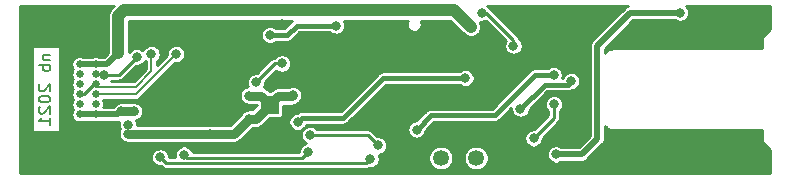
<source format=gbl>
G04 #@! TF.GenerationSoftware,KiCad,Pcbnew,5.1.10*
G04 #@! TF.CreationDate,2021-08-01T14:45:19-04:00*
G04 #@! TF.ProjectId,dac,6461632e-6b69-4636-9164-5f7063625858,rev?*
G04 #@! TF.SameCoordinates,Original*
G04 #@! TF.FileFunction,Copper,L2,Bot*
G04 #@! TF.FilePolarity,Positive*
%FSLAX46Y46*%
G04 Gerber Fmt 4.6, Leading zero omitted, Abs format (unit mm)*
G04 Created by KiCad (PCBNEW 5.1.10) date 2021-08-01 14:45:19*
%MOMM*%
%LPD*%
G01*
G04 APERTURE LIST*
G04 #@! TA.AperFunction,NonConductor*
%ADD10C,0.150000*%
G04 #@! TD*
G04 #@! TA.AperFunction,ComponentPad*
%ADD11O,3.200000X1.600000*%
G04 #@! TD*
G04 #@! TA.AperFunction,SMDPad,CuDef*
%ADD12R,1.500000X1.500000*%
G04 #@! TD*
G04 #@! TA.AperFunction,ComponentPad*
%ADD13C,1.346200*%
G04 #@! TD*
G04 #@! TA.AperFunction,ComponentPad*
%ADD14O,2.216000X1.108000*%
G04 #@! TD*
G04 #@! TA.AperFunction,ComponentPad*
%ADD15C,0.650000*%
G04 #@! TD*
G04 #@! TA.AperFunction,ViaPad*
%ADD16C,0.800000*%
G04 #@! TD*
G04 #@! TA.AperFunction,Conductor*
%ADD17C,0.400000*%
G04 #@! TD*
G04 #@! TA.AperFunction,Conductor*
%ADD18C,0.250000*%
G04 #@! TD*
G04 #@! TA.AperFunction,Conductor*
%ADD19C,0.800000*%
G04 #@! TD*
G04 #@! TA.AperFunction,Conductor*
%ADD20C,0.500000*%
G04 #@! TD*
G04 #@! TA.AperFunction,Conductor*
%ADD21C,1.000000*%
G04 #@! TD*
G04 #@! TA.AperFunction,Conductor*
%ADD22C,0.200000*%
G04 #@! TD*
G04 #@! TA.AperFunction,Conductor*
%ADD23C,0.100000*%
G04 #@! TD*
G04 APERTURE END LIST*
D10*
X117035714Y-106047619D02*
X117702380Y-106047619D01*
X117130952Y-106047619D02*
X117083333Y-106095238D01*
X117035714Y-106190476D01*
X117035714Y-106333333D01*
X117083333Y-106428571D01*
X117178571Y-106476190D01*
X117702380Y-106476190D01*
X117702380Y-106952380D02*
X116702380Y-106952380D01*
X117083333Y-106952380D02*
X117035714Y-107047619D01*
X117035714Y-107238095D01*
X117083333Y-107333333D01*
X117130952Y-107380952D01*
X117226190Y-107428571D01*
X117511904Y-107428571D01*
X117607142Y-107380952D01*
X117654761Y-107333333D01*
X117702380Y-107238095D01*
X117702380Y-107047619D01*
X117654761Y-106952380D01*
X116797619Y-108571428D02*
X116750000Y-108619047D01*
X116702380Y-108714285D01*
X116702380Y-108952380D01*
X116750000Y-109047619D01*
X116797619Y-109095238D01*
X116892857Y-109142857D01*
X116988095Y-109142857D01*
X117130952Y-109095238D01*
X117702380Y-108523809D01*
X117702380Y-109142857D01*
X116702380Y-109761904D02*
X116702380Y-109857142D01*
X116750000Y-109952380D01*
X116797619Y-110000000D01*
X116892857Y-110047619D01*
X117083333Y-110095238D01*
X117321428Y-110095238D01*
X117511904Y-110047619D01*
X117607142Y-110000000D01*
X117654761Y-109952380D01*
X117702380Y-109857142D01*
X117702380Y-109761904D01*
X117654761Y-109666666D01*
X117607142Y-109619047D01*
X117511904Y-109571428D01*
X117321428Y-109523809D01*
X117083333Y-109523809D01*
X116892857Y-109571428D01*
X116797619Y-109619047D01*
X116750000Y-109666666D01*
X116702380Y-109761904D01*
X116797619Y-110476190D02*
X116750000Y-110523809D01*
X116702380Y-110619047D01*
X116702380Y-110857142D01*
X116750000Y-110952380D01*
X116797619Y-111000000D01*
X116892857Y-111047619D01*
X116988095Y-111047619D01*
X117130952Y-111000000D01*
X117702380Y-110428571D01*
X117702380Y-111047619D01*
X117702380Y-112000000D02*
X117702380Y-111428571D01*
X117702380Y-111714285D02*
X116702380Y-111714285D01*
X116845238Y-111619047D01*
X116940476Y-111523809D01*
X116988095Y-111428571D01*
D11*
X176150000Y-104775000D03*
X169350000Y-113225000D03*
X176150000Y-113225000D03*
X169350000Y-104775000D03*
D12*
X136300000Y-110300000D03*
D13*
X150750000Y-114799600D03*
X153750000Y-114799600D03*
D14*
X117165000Y-104675000D03*
X117165000Y-113325000D03*
X120545000Y-113325000D03*
X120545000Y-104675000D03*
D15*
X120175000Y-106025000D03*
X120175000Y-106875000D03*
X120175000Y-107725000D03*
X120175000Y-108575000D03*
X120175000Y-109425000D03*
X120175000Y-110275000D03*
X120175000Y-111125000D03*
X120175000Y-111975000D03*
X121525000Y-111975000D03*
X121525000Y-111125000D03*
X121525000Y-110275000D03*
X121525000Y-109425000D03*
X121525000Y-108575000D03*
X121525000Y-107725000D03*
X121525000Y-106875000D03*
X121525000Y-106025000D03*
D16*
X152833162Y-108059818D03*
X138631018Y-111740144D03*
X157500387Y-110634198D03*
X161800000Y-108300000D03*
X160300000Y-107785016D03*
X148699982Y-112400000D03*
X127300000Y-105900000D03*
X156300000Y-112300000D03*
X163100000Y-110100000D03*
X155500000Y-106300000D03*
X166400000Y-113100000D03*
X165300000Y-113100000D03*
X165800000Y-113900000D03*
X164700000Y-113900000D03*
X166900000Y-113900000D03*
X151400000Y-106700000D03*
X147200000Y-105000000D03*
X148000000Y-111400000D03*
X162250000Y-115500000D03*
X159500000Y-115500000D03*
X155250000Y-114750000D03*
X149250000Y-114750000D03*
X152100003Y-107099997D03*
X157100000Y-112300000D03*
X162300000Y-110100000D03*
X165000000Y-102500000D03*
X164000000Y-102500000D03*
X164500000Y-103250000D03*
X163500000Y-103250000D03*
X163000000Y-102500000D03*
X138325000Y-105050000D03*
X138325000Y-105875000D03*
X150100000Y-103800000D03*
X138560000Y-108100000D03*
X137300000Y-103500000D03*
X144350000Y-104450000D03*
X144350000Y-105300000D03*
X136250000Y-105750000D03*
X135000000Y-103750000D03*
X151000000Y-109250000D03*
X126500000Y-115730000D03*
X131350000Y-109675000D03*
X130000000Y-109350000D03*
X126800000Y-110025000D03*
X126800000Y-110850000D03*
X129300000Y-106700000D03*
X128700000Y-107300000D03*
X128400000Y-109300000D03*
X125000000Y-104800000D03*
X125000000Y-103900000D03*
X115650000Y-110750000D03*
X115650000Y-109750000D03*
X115650000Y-108750000D03*
X115650000Y-107750000D03*
X122400000Y-102250000D03*
X125300000Y-107300000D03*
X122250000Y-114000000D03*
X125750000Y-114750000D03*
X122250000Y-115000000D03*
X124250000Y-112000000D03*
X124250000Y-112750000D03*
X139700000Y-112875014D03*
X145450000Y-113750000D03*
X134500000Y-111475000D03*
X134493471Y-109518457D03*
X141900000Y-103600000D03*
X136300000Y-104400000D03*
X138250000Y-109500000D03*
X131250000Y-112750000D03*
X135100000Y-108400000D03*
X137300000Y-106800000D03*
X160500000Y-114500000D03*
X171000000Y-102500000D03*
X153300000Y-103700000D03*
X123707532Y-110859204D03*
X124792468Y-110859204D03*
X123450089Y-105949901D03*
X125300000Y-102300000D03*
X122250000Y-107750000D03*
X125000000Y-106250000D03*
X126250000Y-106000000D03*
X128350000Y-106000000D03*
X156900000Y-105300000D03*
X154200000Y-102500000D03*
X144800000Y-114875000D03*
X127000000Y-114749988D03*
X139500000Y-114325015D03*
X129000000Y-114524990D03*
X160347504Y-110261185D03*
X158602821Y-113147170D03*
D17*
X145840182Y-108059818D02*
X152833162Y-108059818D01*
X142500000Y-111400000D02*
X145840182Y-108059818D01*
X138971162Y-111400000D02*
X142500000Y-111400000D01*
X138631018Y-111740144D02*
X138971162Y-111400000D01*
X161500001Y-108599999D02*
X161800000Y-108300000D01*
X159534586Y-108599999D02*
X161500001Y-108599999D01*
X157500387Y-110634198D02*
X159534586Y-108599999D01*
X155300000Y-111200000D02*
X149899982Y-111200000D01*
X160300000Y-107785016D02*
X158714984Y-107785016D01*
X149899982Y-111200000D02*
X148699982Y-112400000D01*
X158714984Y-107785016D02*
X155300000Y-111200000D01*
D18*
X139700000Y-112875014D02*
X144575014Y-112875014D01*
X144575014Y-112875014D02*
X145450000Y-113750000D01*
D17*
X134511928Y-109500000D02*
X134493471Y-109518457D01*
D18*
X134500000Y-109524986D02*
X134493471Y-109518457D01*
D19*
X135518457Y-109518457D02*
X136300000Y-110300000D01*
X134493471Y-109518457D02*
X135518457Y-109518457D01*
X135125000Y-111475000D02*
X136300000Y-110300000D01*
X134500000Y-111475000D02*
X135125000Y-111475000D01*
D17*
X141900000Y-103600000D02*
X138540998Y-103600000D01*
X137740998Y-104400000D02*
X136300000Y-104400000D01*
X138540998Y-103600000D02*
X137740998Y-104400000D01*
D19*
X137000000Y-109600000D02*
X138150000Y-109600000D01*
X136300000Y-110300000D02*
X137000000Y-109600000D01*
X138150000Y-109600000D02*
X138250000Y-109500000D01*
X133225000Y-112750000D02*
X134500000Y-111475000D01*
X124250000Y-112750000D02*
X131250000Y-112750000D01*
X131250000Y-112750000D02*
X133225000Y-112750000D01*
D18*
X136700000Y-106800000D02*
X137300000Y-106800000D01*
X135100000Y-108400000D02*
X136700000Y-106800000D01*
D20*
X166800000Y-102500000D02*
X171000000Y-102500000D01*
X164000000Y-105300000D02*
X166800000Y-102500000D01*
X164000000Y-113200000D02*
X164000000Y-105300000D01*
X162700000Y-114500000D02*
X164000000Y-113200000D01*
X160500000Y-114500000D02*
X162700000Y-114500000D01*
D19*
X124792468Y-110859204D02*
X123707532Y-110859204D01*
D20*
X120175000Y-111125000D02*
X121525000Y-111125000D01*
X123441736Y-111125000D02*
X123707532Y-110859204D01*
X121525000Y-111125000D02*
X123441736Y-111125000D01*
X121525000Y-106875000D02*
X120175000Y-106875000D01*
D21*
X153300000Y-103700000D02*
X151900000Y-102300000D01*
D18*
X128500000Y-102500000D02*
X128300000Y-102300000D01*
D21*
X151900000Y-102300000D02*
X128300000Y-102300000D01*
D20*
X121525000Y-106875000D02*
X122524990Y-106875000D01*
X122524990Y-106875000D02*
X123450089Y-105949901D01*
D21*
X123450000Y-105949812D02*
X123450089Y-105949901D01*
X123450000Y-102800000D02*
X123450000Y-105949812D01*
X123950000Y-102300000D02*
X123450000Y-102800000D01*
X125300000Y-102300000D02*
X123950000Y-102300000D01*
X128300000Y-102300000D02*
X125300000Y-102300000D01*
D18*
X123500000Y-107750000D02*
X125000000Y-106250000D01*
X122250000Y-107750000D02*
X123500000Y-107750000D01*
X121412998Y-108575000D02*
X121525000Y-108575000D01*
X120562998Y-109425000D02*
X121412998Y-108575000D01*
X120175000Y-109425000D02*
X120562998Y-109425000D01*
D22*
X124938603Y-108775000D02*
X126250000Y-107463603D01*
X121725000Y-108775000D02*
X124938603Y-108775000D01*
X121525000Y-108575000D02*
X121725000Y-108775000D01*
X126250000Y-107463603D02*
X126250000Y-106000000D01*
X126568198Y-107781802D02*
X128350000Y-106000000D01*
X124925000Y-109425000D02*
X126568198Y-107781802D01*
X121525000Y-109425000D02*
X124925000Y-109425000D01*
D18*
X154600000Y-102500000D02*
X154200000Y-102500000D01*
X156900000Y-104800000D02*
X154600000Y-102500000D01*
X156900000Y-105300000D02*
X156900000Y-104800000D01*
X127500012Y-115250000D02*
X127000000Y-114749988D01*
X144425000Y-115250000D02*
X127500012Y-115250000D01*
X144800000Y-114875000D02*
X144425000Y-115250000D01*
X129275010Y-114800000D02*
X129000000Y-114524990D01*
X139025015Y-114800000D02*
X129275010Y-114800000D01*
X139500000Y-114325015D02*
X139025015Y-114800000D01*
X160347504Y-111402487D02*
X158602821Y-113147170D01*
X160347504Y-110261185D02*
X160347504Y-111402487D01*
X122861681Y-102150883D02*
X122828288Y-102178288D01*
X122718944Y-102311525D01*
X122637696Y-102463532D01*
X122637695Y-102463533D01*
X122587661Y-102628471D01*
X122570767Y-102800000D01*
X122575000Y-102842979D01*
X122575001Y-105906823D01*
X122571256Y-105944851D01*
X122266108Y-106250000D01*
X121845304Y-106250000D01*
X121729182Y-106201901D01*
X121593944Y-106175000D01*
X121456056Y-106175000D01*
X121320818Y-106201901D01*
X121204696Y-106250000D01*
X120495304Y-106250000D01*
X120379182Y-106201901D01*
X120243944Y-106175000D01*
X120106056Y-106175000D01*
X119970818Y-106201901D01*
X119843426Y-106254668D01*
X119728776Y-106331274D01*
X119631274Y-106428776D01*
X119554668Y-106543426D01*
X119501901Y-106670818D01*
X119475000Y-106806056D01*
X119475000Y-106943944D01*
X119501901Y-107079182D01*
X119554668Y-107206574D01*
X119617093Y-107300000D01*
X119554668Y-107393426D01*
X119501901Y-107520818D01*
X119475000Y-107656056D01*
X119475000Y-107793944D01*
X119501901Y-107929182D01*
X119554668Y-108056574D01*
X119617093Y-108150000D01*
X119554668Y-108243426D01*
X119501901Y-108370818D01*
X119475000Y-108506056D01*
X119475000Y-108643944D01*
X119501901Y-108779182D01*
X119554668Y-108906574D01*
X119617093Y-109000000D01*
X119554668Y-109093426D01*
X119501901Y-109220818D01*
X119475000Y-109356056D01*
X119475000Y-109493944D01*
X119501901Y-109629182D01*
X119554668Y-109756574D01*
X119617093Y-109850000D01*
X119554668Y-109943426D01*
X119501901Y-110070818D01*
X119475000Y-110206056D01*
X119475000Y-110343944D01*
X119501901Y-110479182D01*
X119554668Y-110606574D01*
X119617093Y-110700000D01*
X119554668Y-110793426D01*
X119501901Y-110920818D01*
X119475000Y-111056056D01*
X119475000Y-111193944D01*
X119501901Y-111329182D01*
X119554668Y-111456574D01*
X119631274Y-111571224D01*
X119728776Y-111668726D01*
X119843426Y-111745332D01*
X119970818Y-111798099D01*
X120106056Y-111825000D01*
X120243944Y-111825000D01*
X120379182Y-111798099D01*
X120495304Y-111750000D01*
X121204696Y-111750000D01*
X121320818Y-111798099D01*
X121456056Y-111825000D01*
X121593944Y-111825000D01*
X121729182Y-111798099D01*
X121845304Y-111750000D01*
X123411042Y-111750000D01*
X123441736Y-111753023D01*
X123472430Y-111750000D01*
X123472440Y-111750000D01*
X123516497Y-111745661D01*
X123504783Y-111773941D01*
X123475000Y-111923669D01*
X123475000Y-112076331D01*
X123504783Y-112226059D01*
X123563204Y-112367100D01*
X123568483Y-112375000D01*
X123563204Y-112382900D01*
X123548560Y-112418255D01*
X123530530Y-112451986D01*
X123519427Y-112488587D01*
X123504783Y-112523941D01*
X123497318Y-112561469D01*
X123486214Y-112598074D01*
X123482465Y-112636141D01*
X123475000Y-112673669D01*
X123475000Y-112711935D01*
X123471251Y-112750000D01*
X123475000Y-112788065D01*
X123475000Y-112826331D01*
X123482465Y-112863859D01*
X123486214Y-112901926D01*
X123497318Y-112938531D01*
X123504783Y-112976059D01*
X123519427Y-113011413D01*
X123530530Y-113048014D01*
X123548560Y-113081745D01*
X123563204Y-113117100D01*
X123584464Y-113148918D01*
X123602494Y-113182650D01*
X123626758Y-113212216D01*
X123648018Y-113244034D01*
X123675077Y-113271093D01*
X123699341Y-113300659D01*
X123728907Y-113324923D01*
X123755966Y-113351982D01*
X123787784Y-113373242D01*
X123817350Y-113397506D01*
X123851082Y-113415536D01*
X123882900Y-113436796D01*
X123918255Y-113451440D01*
X123951986Y-113469470D01*
X123988587Y-113480573D01*
X124023941Y-113495217D01*
X124061469Y-113502682D01*
X124098074Y-113513786D01*
X124136141Y-113517535D01*
X124173669Y-113525000D01*
X133186937Y-113525000D01*
X133225000Y-113528749D01*
X133263063Y-113525000D01*
X133263065Y-113525000D01*
X133376926Y-113513786D01*
X133523014Y-113469470D01*
X133657650Y-113397506D01*
X133775659Y-113300659D01*
X133799932Y-113271082D01*
X134821015Y-112250000D01*
X135086937Y-112250000D01*
X135125000Y-112253749D01*
X135163063Y-112250000D01*
X135163065Y-112250000D01*
X135276926Y-112238786D01*
X135423014Y-112194470D01*
X135557650Y-112122506D01*
X135675659Y-112025659D01*
X135699932Y-111996082D01*
X136032201Y-111663813D01*
X137856018Y-111663813D01*
X137856018Y-111816475D01*
X137885801Y-111966203D01*
X137944222Y-112107244D01*
X138029036Y-112234178D01*
X138136984Y-112342126D01*
X138263918Y-112426940D01*
X138404959Y-112485361D01*
X138554687Y-112515144D01*
X138707349Y-112515144D01*
X138857077Y-112485361D01*
X138998118Y-112426940D01*
X139125052Y-112342126D01*
X139233000Y-112234178D01*
X139317814Y-112107244D01*
X139372591Y-111975000D01*
X142471757Y-111975000D01*
X142500000Y-111977782D01*
X142528243Y-111975000D01*
X142528246Y-111975000D01*
X142612720Y-111966680D01*
X142721108Y-111933801D01*
X142820998Y-111880408D01*
X142908554Y-111808554D01*
X142926565Y-111786607D01*
X146078355Y-108634818D01*
X152312146Y-108634818D01*
X152339128Y-108661800D01*
X152466062Y-108746614D01*
X152607103Y-108805035D01*
X152756831Y-108834818D01*
X152909493Y-108834818D01*
X153059221Y-108805035D01*
X153200262Y-108746614D01*
X153327196Y-108661800D01*
X153435144Y-108553852D01*
X153519958Y-108426918D01*
X153578379Y-108285877D01*
X153608162Y-108136149D01*
X153608162Y-107983487D01*
X153578379Y-107833759D01*
X153519958Y-107692718D01*
X153435144Y-107565784D01*
X153327196Y-107457836D01*
X153200262Y-107373022D01*
X153059221Y-107314601D01*
X152909493Y-107284818D01*
X152756831Y-107284818D01*
X152607103Y-107314601D01*
X152466062Y-107373022D01*
X152339128Y-107457836D01*
X152312146Y-107484818D01*
X145868425Y-107484818D01*
X145840182Y-107482036D01*
X145811939Y-107484818D01*
X145811936Y-107484818D01*
X145727462Y-107493138D01*
X145619074Y-107526017D01*
X145519184Y-107579410D01*
X145431628Y-107651264D01*
X145413621Y-107673206D01*
X142261828Y-110825000D01*
X138999404Y-110825000D01*
X138971161Y-110822218D01*
X138942918Y-110825000D01*
X138942916Y-110825000D01*
X138858442Y-110833320D01*
X138760049Y-110863167D01*
X138750054Y-110866199D01*
X138650163Y-110919592D01*
X138630737Y-110935535D01*
X138594658Y-110965144D01*
X138554687Y-110965144D01*
X138404959Y-110994927D01*
X138263918Y-111053348D01*
X138136984Y-111138162D01*
X138029036Y-111246110D01*
X137944222Y-111373044D01*
X137885801Y-111514085D01*
X137856018Y-111663813D01*
X136032201Y-111663813D01*
X136269201Y-111426814D01*
X137050000Y-111426814D01*
X137123513Y-111419574D01*
X137194200Y-111398131D01*
X137259347Y-111363309D01*
X137316448Y-111316448D01*
X137363309Y-111259347D01*
X137398131Y-111194200D01*
X137419574Y-111123513D01*
X137426814Y-111050000D01*
X137426814Y-110375000D01*
X138111937Y-110375000D01*
X138150000Y-110378749D01*
X138188063Y-110375000D01*
X138188065Y-110375000D01*
X138301926Y-110363786D01*
X138448014Y-110319470D01*
X138582650Y-110247506D01*
X138700659Y-110150659D01*
X138724933Y-110121081D01*
X138744028Y-110101986D01*
X138744034Y-110101982D01*
X138851982Y-109994034D01*
X138873248Y-109962208D01*
X138897505Y-109932650D01*
X138915531Y-109898926D01*
X138936796Y-109867100D01*
X138951444Y-109831737D01*
X138969469Y-109798014D01*
X138980569Y-109761422D01*
X138995217Y-109726059D01*
X139002684Y-109688521D01*
X139013785Y-109651926D01*
X139017534Y-109613866D01*
X139025000Y-109576331D01*
X139025000Y-109538063D01*
X139028749Y-109500001D01*
X139025000Y-109461938D01*
X139025000Y-109423669D01*
X139017534Y-109386133D01*
X139013785Y-109348075D01*
X139002684Y-109311481D01*
X138995217Y-109273941D01*
X138980569Y-109238578D01*
X138969469Y-109201986D01*
X138951444Y-109168263D01*
X138936796Y-109132900D01*
X138915531Y-109101074D01*
X138897505Y-109067350D01*
X138873247Y-109037792D01*
X138851982Y-109005966D01*
X138824914Y-108978898D01*
X138800658Y-108949342D01*
X138771102Y-108925086D01*
X138744034Y-108898018D01*
X138712208Y-108876753D01*
X138682650Y-108852495D01*
X138648926Y-108834469D01*
X138617100Y-108813204D01*
X138581737Y-108798556D01*
X138548014Y-108780531D01*
X138511422Y-108769431D01*
X138476059Y-108754783D01*
X138438519Y-108747316D01*
X138401925Y-108736215D01*
X138363867Y-108732466D01*
X138326331Y-108725000D01*
X138288062Y-108725000D01*
X138249999Y-108721251D01*
X138211937Y-108725000D01*
X138173669Y-108725000D01*
X138136134Y-108732466D01*
X138098074Y-108736215D01*
X138061479Y-108747316D01*
X138023941Y-108754783D01*
X137988578Y-108769431D01*
X137951986Y-108780531D01*
X137918263Y-108798556D01*
X137882900Y-108813204D01*
X137865246Y-108825000D01*
X137038062Y-108825000D01*
X136999999Y-108821251D01*
X136961936Y-108825000D01*
X136961935Y-108825000D01*
X136848074Y-108836214D01*
X136701986Y-108880530D01*
X136567350Y-108952494D01*
X136449341Y-109049341D01*
X136425076Y-109078908D01*
X136330798Y-109173186D01*
X136269200Y-109173186D01*
X136093389Y-108997375D01*
X136069116Y-108967798D01*
X135951107Y-108870951D01*
X135816471Y-108798987D01*
X135774082Y-108786128D01*
X135786796Y-108767100D01*
X135845217Y-108626059D01*
X135875000Y-108476331D01*
X135875000Y-108332106D01*
X136805545Y-107401561D01*
X136805966Y-107401982D01*
X136932900Y-107486796D01*
X137073941Y-107545217D01*
X137223669Y-107575000D01*
X137376331Y-107575000D01*
X137526059Y-107545217D01*
X137667100Y-107486796D01*
X137794034Y-107401982D01*
X137901982Y-107294034D01*
X137986796Y-107167100D01*
X138045217Y-107026059D01*
X138075000Y-106876331D01*
X138075000Y-106723669D01*
X138045217Y-106573941D01*
X137986796Y-106432900D01*
X137901982Y-106305966D01*
X137794034Y-106198018D01*
X137667100Y-106113204D01*
X137526059Y-106054783D01*
X137376331Y-106025000D01*
X137223669Y-106025000D01*
X137073941Y-106054783D01*
X136932900Y-106113204D01*
X136805966Y-106198018D01*
X136705829Y-106298155D01*
X136700000Y-106297581D01*
X136675440Y-106300000D01*
X136601983Y-106307235D01*
X136507733Y-106335825D01*
X136420871Y-106382254D01*
X136344736Y-106444736D01*
X136329080Y-106463813D01*
X135167894Y-107625000D01*
X135023669Y-107625000D01*
X134873941Y-107654783D01*
X134732900Y-107713204D01*
X134605966Y-107798018D01*
X134498018Y-107905966D01*
X134413204Y-108032900D01*
X134354783Y-108173941D01*
X134325000Y-108323669D01*
X134325000Y-108476331D01*
X134354783Y-108626059D01*
X134404456Y-108745980D01*
X134379612Y-108750922D01*
X134341545Y-108754671D01*
X134304940Y-108765775D01*
X134267412Y-108773240D01*
X134232058Y-108787884D01*
X134195457Y-108798987D01*
X134161726Y-108817017D01*
X134126371Y-108831661D01*
X134094553Y-108852921D01*
X134060821Y-108870951D01*
X134031255Y-108895215D01*
X133999437Y-108916475D01*
X133972378Y-108943534D01*
X133942812Y-108967798D01*
X133918548Y-108997364D01*
X133891489Y-109024423D01*
X133870229Y-109056241D01*
X133845965Y-109085807D01*
X133827935Y-109119539D01*
X133806675Y-109151357D01*
X133792031Y-109186712D01*
X133774001Y-109220443D01*
X133762898Y-109257044D01*
X133748254Y-109292398D01*
X133740789Y-109329926D01*
X133729685Y-109366531D01*
X133725936Y-109404598D01*
X133718471Y-109442126D01*
X133718471Y-109480392D01*
X133714722Y-109518457D01*
X133718471Y-109556522D01*
X133718471Y-109594788D01*
X133725936Y-109632316D01*
X133729685Y-109670383D01*
X133740789Y-109706988D01*
X133748254Y-109744516D01*
X133762898Y-109779870D01*
X133774001Y-109816471D01*
X133792031Y-109850202D01*
X133806675Y-109885557D01*
X133827935Y-109917375D01*
X133845965Y-109951107D01*
X133870229Y-109980673D01*
X133891489Y-110012491D01*
X133918546Y-110039548D01*
X133942812Y-110069116D01*
X133972378Y-110093380D01*
X133999437Y-110120439D01*
X134031255Y-110141699D01*
X134060821Y-110165963D01*
X134094553Y-110183993D01*
X134126371Y-110205253D01*
X134161726Y-110219897D01*
X134195457Y-110237927D01*
X134232058Y-110249030D01*
X134267412Y-110263674D01*
X134304940Y-110271139D01*
X134341545Y-110282243D01*
X134379612Y-110285992D01*
X134417140Y-110293457D01*
X135173186Y-110293457D01*
X135173186Y-110330799D01*
X134803986Y-110700000D01*
X134538062Y-110700000D01*
X134499999Y-110696251D01*
X134461936Y-110700000D01*
X134423669Y-110700000D01*
X134386141Y-110707465D01*
X134348074Y-110711214D01*
X134311469Y-110722318D01*
X134273941Y-110729783D01*
X134238587Y-110744427D01*
X134201986Y-110755530D01*
X134168255Y-110773560D01*
X134132900Y-110788204D01*
X134101082Y-110809464D01*
X134067350Y-110827494D01*
X134037784Y-110851758D01*
X134005966Y-110873018D01*
X133978907Y-110900077D01*
X133949341Y-110924341D01*
X133925077Y-110953907D01*
X133898018Y-110980966D01*
X133898016Y-110980969D01*
X132903986Y-111975000D01*
X125025000Y-111975000D01*
X125025000Y-111923669D01*
X124995217Y-111773941D01*
X124936796Y-111632900D01*
X124931052Y-111624304D01*
X124944394Y-111622990D01*
X124980999Y-111611886D01*
X125018527Y-111604421D01*
X125053881Y-111589777D01*
X125090482Y-111578674D01*
X125124213Y-111560644D01*
X125159568Y-111546000D01*
X125191386Y-111524740D01*
X125225118Y-111506710D01*
X125254684Y-111482446D01*
X125286502Y-111461186D01*
X125313561Y-111434127D01*
X125343127Y-111409863D01*
X125367391Y-111380297D01*
X125394450Y-111353238D01*
X125415710Y-111321420D01*
X125439974Y-111291854D01*
X125458004Y-111258122D01*
X125479264Y-111226304D01*
X125493908Y-111190949D01*
X125511938Y-111157218D01*
X125523041Y-111120617D01*
X125537685Y-111085263D01*
X125545150Y-111047735D01*
X125556254Y-111011130D01*
X125560003Y-110973063D01*
X125567468Y-110935535D01*
X125567468Y-110897269D01*
X125571217Y-110859204D01*
X125567468Y-110821139D01*
X125567468Y-110782873D01*
X125560003Y-110745345D01*
X125556254Y-110707278D01*
X125545150Y-110670673D01*
X125537685Y-110633145D01*
X125523041Y-110597791D01*
X125511938Y-110561190D01*
X125493908Y-110527459D01*
X125479264Y-110492104D01*
X125458004Y-110460286D01*
X125439974Y-110426554D01*
X125415710Y-110396988D01*
X125394450Y-110365170D01*
X125367391Y-110338111D01*
X125343127Y-110308545D01*
X125313561Y-110284281D01*
X125286502Y-110257222D01*
X125254684Y-110235962D01*
X125225118Y-110211698D01*
X125191386Y-110193668D01*
X125159568Y-110172408D01*
X125124213Y-110157764D01*
X125090482Y-110139734D01*
X125053881Y-110128631D01*
X125018527Y-110113987D01*
X124980999Y-110106522D01*
X124944394Y-110095418D01*
X124906327Y-110091669D01*
X124868799Y-110084204D01*
X123631201Y-110084204D01*
X123593673Y-110091669D01*
X123555606Y-110095418D01*
X123519001Y-110106522D01*
X123481473Y-110113987D01*
X123446119Y-110128631D01*
X123409518Y-110139734D01*
X123375787Y-110157764D01*
X123340432Y-110172408D01*
X123308614Y-110193668D01*
X123274882Y-110211698D01*
X123245316Y-110235962D01*
X123213498Y-110257222D01*
X123186439Y-110284281D01*
X123156873Y-110308545D01*
X123132609Y-110338111D01*
X123105550Y-110365170D01*
X123084290Y-110396988D01*
X123060026Y-110426554D01*
X123041996Y-110460286D01*
X123020736Y-110492104D01*
X123017465Y-110500000D01*
X122189476Y-110500000D01*
X122198099Y-110479182D01*
X122225000Y-110343944D01*
X122225000Y-110206056D01*
X122198099Y-110070818D01*
X122145332Y-109943426D01*
X122116316Y-109900000D01*
X124901668Y-109900000D01*
X124925000Y-109902298D01*
X124948332Y-109900000D01*
X124968487Y-109898015D01*
X125018116Y-109893127D01*
X125031147Y-109889174D01*
X125107654Y-109865966D01*
X125190173Y-109821859D01*
X125262501Y-109762501D01*
X125277384Y-109744366D01*
X126920572Y-108101180D01*
X126920581Y-108101169D01*
X128251217Y-106770534D01*
X128273669Y-106775000D01*
X128426331Y-106775000D01*
X128576059Y-106745217D01*
X128717100Y-106686796D01*
X128844034Y-106601982D01*
X128951982Y-106494034D01*
X129036796Y-106367100D01*
X129095217Y-106226059D01*
X129125000Y-106076331D01*
X129125000Y-105923669D01*
X129095217Y-105773941D01*
X129036796Y-105632900D01*
X128951982Y-105505966D01*
X128844034Y-105398018D01*
X128717100Y-105313204D01*
X128576059Y-105254783D01*
X128426331Y-105225000D01*
X128273669Y-105225000D01*
X128123941Y-105254783D01*
X127982900Y-105313204D01*
X127855966Y-105398018D01*
X127748018Y-105505966D01*
X127663204Y-105632900D01*
X127604783Y-105773941D01*
X127575000Y-105923669D01*
X127575000Y-106076331D01*
X127579466Y-106098783D01*
X126725000Y-106953249D01*
X126725000Y-106614700D01*
X126744034Y-106601982D01*
X126851982Y-106494034D01*
X126936796Y-106367100D01*
X126995217Y-106226059D01*
X127025000Y-106076331D01*
X127025000Y-105923669D01*
X126995217Y-105773941D01*
X126936796Y-105632900D01*
X126851982Y-105505966D01*
X126744034Y-105398018D01*
X126617100Y-105313204D01*
X126476059Y-105254783D01*
X126326331Y-105225000D01*
X126173669Y-105225000D01*
X126023941Y-105254783D01*
X125882900Y-105313204D01*
X125755966Y-105398018D01*
X125648018Y-105505966D01*
X125563204Y-105632900D01*
X125538517Y-105692501D01*
X125494034Y-105648018D01*
X125367100Y-105563204D01*
X125226059Y-105504783D01*
X125076331Y-105475000D01*
X124923669Y-105475000D01*
X124773941Y-105504783D01*
X124632900Y-105563204D01*
X124505966Y-105648018D01*
X124398018Y-105755966D01*
X124325000Y-105865246D01*
X124325000Y-103175000D01*
X138152484Y-103175000D01*
X138132444Y-103191446D01*
X138114437Y-103213388D01*
X137502826Y-103825000D01*
X136821016Y-103825000D01*
X136794034Y-103798018D01*
X136667100Y-103713204D01*
X136526059Y-103654783D01*
X136376331Y-103625000D01*
X136223669Y-103625000D01*
X136073941Y-103654783D01*
X135932900Y-103713204D01*
X135805966Y-103798018D01*
X135698018Y-103905966D01*
X135613204Y-104032900D01*
X135554783Y-104173941D01*
X135525000Y-104323669D01*
X135525000Y-104476331D01*
X135554783Y-104626059D01*
X135613204Y-104767100D01*
X135698018Y-104894034D01*
X135805966Y-105001982D01*
X135932900Y-105086796D01*
X136073941Y-105145217D01*
X136223669Y-105175000D01*
X136376331Y-105175000D01*
X136526059Y-105145217D01*
X136667100Y-105086796D01*
X136794034Y-105001982D01*
X136821016Y-104975000D01*
X137712755Y-104975000D01*
X137740998Y-104977782D01*
X137769241Y-104975000D01*
X137769244Y-104975000D01*
X137853718Y-104966680D01*
X137962106Y-104933801D01*
X138061996Y-104880408D01*
X138149552Y-104808554D01*
X138167563Y-104786607D01*
X138779171Y-104175000D01*
X141378984Y-104175000D01*
X141405966Y-104201982D01*
X141532900Y-104286796D01*
X141673941Y-104345217D01*
X141823669Y-104375000D01*
X141976331Y-104375000D01*
X142126059Y-104345217D01*
X142267100Y-104286796D01*
X142394034Y-104201982D01*
X142501982Y-104094034D01*
X142586796Y-103967100D01*
X142645217Y-103826059D01*
X142675000Y-103676331D01*
X142675000Y-103523669D01*
X142645217Y-103373941D01*
X142586796Y-103232900D01*
X142548109Y-103175000D01*
X147965477Y-103175000D01*
X147946132Y-103203952D01*
X147899019Y-103317694D01*
X147875000Y-103438443D01*
X147875000Y-103561557D01*
X147899019Y-103682306D01*
X147946132Y-103796048D01*
X148014531Y-103898414D01*
X148101586Y-103985469D01*
X148203952Y-104053868D01*
X148317694Y-104100981D01*
X148438443Y-104125000D01*
X148561557Y-104125000D01*
X148682306Y-104100981D01*
X148796048Y-104053868D01*
X148898414Y-103985469D01*
X148985469Y-103898414D01*
X149053868Y-103796048D01*
X149100981Y-103682306D01*
X149125000Y-103561557D01*
X149125000Y-103438443D01*
X149100981Y-103317694D01*
X149053868Y-103203952D01*
X149034523Y-103175000D01*
X151537564Y-103175000D01*
X152711672Y-104349109D01*
X152811524Y-104431055D01*
X152963532Y-104512305D01*
X153128470Y-104562339D01*
X153300000Y-104579233D01*
X153471529Y-104562339D01*
X153636467Y-104512305D01*
X153788475Y-104431055D01*
X153921711Y-104321711D01*
X154031055Y-104188475D01*
X154112305Y-104036467D01*
X154162339Y-103871529D01*
X154179233Y-103700000D01*
X154162339Y-103528470D01*
X154112305Y-103363532D01*
X154058002Y-103261938D01*
X154123669Y-103275000D01*
X154276331Y-103275000D01*
X154426059Y-103245217D01*
X154567100Y-103186796D01*
X154574648Y-103181753D01*
X156258301Y-104865407D01*
X156213204Y-104932900D01*
X156154783Y-105073941D01*
X156125000Y-105223669D01*
X156125000Y-105376331D01*
X156154783Y-105526059D01*
X156213204Y-105667100D01*
X156298018Y-105794034D01*
X156405966Y-105901982D01*
X156532900Y-105986796D01*
X156673941Y-106045217D01*
X156823669Y-106075000D01*
X156976331Y-106075000D01*
X157126059Y-106045217D01*
X157267100Y-105986796D01*
X157394034Y-105901982D01*
X157501982Y-105794034D01*
X157586796Y-105667100D01*
X157645217Y-105526059D01*
X157675000Y-105376331D01*
X157675000Y-105223669D01*
X157645217Y-105073941D01*
X157586796Y-104932900D01*
X157501982Y-104805966D01*
X157394034Y-104698018D01*
X157390934Y-104695947D01*
X157364175Y-104607733D01*
X157317746Y-104520871D01*
X157255264Y-104444736D01*
X157236181Y-104429075D01*
X154970929Y-102163824D01*
X154955264Y-102144736D01*
X154879129Y-102082254D01*
X154838415Y-102060492D01*
X154801982Y-102005966D01*
X154696016Y-101900000D01*
X166624876Y-101900000D01*
X166559666Y-101919781D01*
X166451089Y-101977817D01*
X166355920Y-102055920D01*
X166336346Y-102079771D01*
X163579772Y-104836346D01*
X163555921Y-104855920D01*
X163536348Y-104879770D01*
X163477818Y-104951089D01*
X163419782Y-105059666D01*
X163384044Y-105177479D01*
X163371977Y-105300000D01*
X163375001Y-105330704D01*
X163375000Y-112941116D01*
X162441118Y-113875000D01*
X160959585Y-113875000D01*
X160867100Y-113813204D01*
X160726059Y-113754783D01*
X160576331Y-113725000D01*
X160423669Y-113725000D01*
X160273941Y-113754783D01*
X160132900Y-113813204D01*
X160005966Y-113898018D01*
X159898018Y-114005966D01*
X159813204Y-114132900D01*
X159754783Y-114273941D01*
X159725000Y-114423669D01*
X159725000Y-114576331D01*
X159754783Y-114726059D01*
X159813204Y-114867100D01*
X159898018Y-114994034D01*
X160005966Y-115101982D01*
X160132900Y-115186796D01*
X160273941Y-115245217D01*
X160423669Y-115275000D01*
X160576331Y-115275000D01*
X160726059Y-115245217D01*
X160867100Y-115186796D01*
X160959585Y-115125000D01*
X162669306Y-115125000D01*
X162700000Y-115128023D01*
X162730694Y-115125000D01*
X162730704Y-115125000D01*
X162822521Y-115115957D01*
X162940334Y-115080219D01*
X163048911Y-115022183D01*
X163144080Y-114944080D01*
X163163658Y-114920224D01*
X164420236Y-113663648D01*
X164444080Y-113644080D01*
X164463649Y-113620235D01*
X164463653Y-113620231D01*
X164522183Y-113548912D01*
X164553204Y-113490876D01*
X164580219Y-113440334D01*
X164615957Y-113322521D01*
X164625000Y-113230704D01*
X164625000Y-113230702D01*
X164628024Y-113200000D01*
X164625000Y-113169298D01*
X164625000Y-112121461D01*
X164664816Y-112169591D01*
X164690561Y-112195156D01*
X164715905Y-112221037D01*
X164720203Y-112224592D01*
X164720210Y-112224599D01*
X164720218Y-112224604D01*
X164801123Y-112290590D01*
X164831338Y-112310665D01*
X164861234Y-112331135D01*
X164866147Y-112333792D01*
X164958338Y-112382811D01*
X164991874Y-112396634D01*
X165025179Y-112410908D01*
X165030511Y-112412559D01*
X165030517Y-112412561D01*
X165130472Y-112442739D01*
X165166057Y-112449785D01*
X165201497Y-112457318D01*
X165207052Y-112457902D01*
X165310966Y-112468091D01*
X165310970Y-112468091D01*
X165330353Y-112470000D01*
X177950000Y-112470000D01*
X177950001Y-113187759D01*
X177949603Y-113189878D01*
X177950001Y-113227163D01*
X177950001Y-113244647D01*
X177950210Y-113246772D01*
X177950444Y-113268666D01*
X177954064Y-113285902D01*
X177955789Y-113303414D01*
X177962140Y-113324350D01*
X177966640Y-113345776D01*
X177973552Y-113361971D01*
X177978661Y-113378814D01*
X177988978Y-113398115D01*
X177997569Y-113418245D01*
X178007506Y-113432778D01*
X178015804Y-113448303D01*
X178029685Y-113465218D01*
X178030898Y-113466991D01*
X178042196Y-113480462D01*
X178065790Y-113509211D01*
X178067453Y-113510576D01*
X178600000Y-114145536D01*
X178600001Y-116100000D01*
X115150000Y-116100000D01*
X115150000Y-114673657D01*
X126225000Y-114673657D01*
X126225000Y-114826319D01*
X126254783Y-114976047D01*
X126313204Y-115117088D01*
X126398018Y-115244022D01*
X126505966Y-115351970D01*
X126632900Y-115436784D01*
X126773941Y-115495205D01*
X126923669Y-115524988D01*
X127067893Y-115524988D01*
X127129091Y-115586186D01*
X127144748Y-115605264D01*
X127220883Y-115667746D01*
X127307745Y-115714175D01*
X127401995Y-115742765D01*
X127500012Y-115752419D01*
X127524572Y-115750000D01*
X144400440Y-115750000D01*
X144425000Y-115752419D01*
X144449560Y-115750000D01*
X144523017Y-115742765D01*
X144617267Y-115714175D01*
X144704129Y-115667746D01*
X144725753Y-115650000D01*
X144876331Y-115650000D01*
X145026059Y-115620217D01*
X145167100Y-115561796D01*
X145294034Y-115476982D01*
X145401982Y-115369034D01*
X145486796Y-115242100D01*
X145545217Y-115101059D01*
X145575000Y-114951331D01*
X145575000Y-114798669D01*
X145554652Y-114696371D01*
X149701900Y-114696371D01*
X149701900Y-114902829D01*
X149742178Y-115105319D01*
X149821186Y-115296061D01*
X149935888Y-115467725D01*
X150081875Y-115613712D01*
X150253539Y-115728414D01*
X150444281Y-115807422D01*
X150646771Y-115847700D01*
X150853229Y-115847700D01*
X151055719Y-115807422D01*
X151246461Y-115728414D01*
X151418125Y-115613712D01*
X151564112Y-115467725D01*
X151678814Y-115296061D01*
X151757822Y-115105319D01*
X151798100Y-114902829D01*
X151798100Y-114696371D01*
X152701900Y-114696371D01*
X152701900Y-114902829D01*
X152742178Y-115105319D01*
X152821186Y-115296061D01*
X152935888Y-115467725D01*
X153081875Y-115613712D01*
X153253539Y-115728414D01*
X153444281Y-115807422D01*
X153646771Y-115847700D01*
X153853229Y-115847700D01*
X154055719Y-115807422D01*
X154246461Y-115728414D01*
X154418125Y-115613712D01*
X154564112Y-115467725D01*
X154678814Y-115296061D01*
X154757822Y-115105319D01*
X154798100Y-114902829D01*
X154798100Y-114696371D01*
X154757822Y-114493881D01*
X154678814Y-114303139D01*
X154564112Y-114131475D01*
X154418125Y-113985488D01*
X154246461Y-113870786D01*
X154055719Y-113791778D01*
X153853229Y-113751500D01*
X153646771Y-113751500D01*
X153444281Y-113791778D01*
X153253539Y-113870786D01*
X153081875Y-113985488D01*
X152935888Y-114131475D01*
X152821186Y-114303139D01*
X152742178Y-114493881D01*
X152701900Y-114696371D01*
X151798100Y-114696371D01*
X151757822Y-114493881D01*
X151678814Y-114303139D01*
X151564112Y-114131475D01*
X151418125Y-113985488D01*
X151246461Y-113870786D01*
X151055719Y-113791778D01*
X150853229Y-113751500D01*
X150646771Y-113751500D01*
X150444281Y-113791778D01*
X150253539Y-113870786D01*
X150081875Y-113985488D01*
X149935888Y-114131475D01*
X149821186Y-114303139D01*
X149742178Y-114493881D01*
X149701900Y-114696371D01*
X145554652Y-114696371D01*
X145545217Y-114648941D01*
X145493879Y-114525000D01*
X145526331Y-114525000D01*
X145676059Y-114495217D01*
X145817100Y-114436796D01*
X145944034Y-114351982D01*
X146051982Y-114244034D01*
X146136796Y-114117100D01*
X146195217Y-113976059D01*
X146225000Y-113826331D01*
X146225000Y-113673669D01*
X146195217Y-113523941D01*
X146136796Y-113382900D01*
X146051982Y-113255966D01*
X145944034Y-113148018D01*
X145817100Y-113063204D01*
X145676059Y-113004783D01*
X145526331Y-112975000D01*
X145382106Y-112975000D01*
X144945943Y-112538838D01*
X144930278Y-112519750D01*
X144854143Y-112457268D01*
X144767281Y-112410839D01*
X144673031Y-112382249D01*
X144599574Y-112375014D01*
X144575014Y-112372595D01*
X144550454Y-112375014D01*
X140296016Y-112375014D01*
X140244671Y-112323669D01*
X147924982Y-112323669D01*
X147924982Y-112476331D01*
X147954765Y-112626059D01*
X148013186Y-112767100D01*
X148098000Y-112894034D01*
X148205948Y-113001982D01*
X148332882Y-113086796D01*
X148473923Y-113145217D01*
X148623651Y-113175000D01*
X148776313Y-113175000D01*
X148926041Y-113145217D01*
X149067082Y-113086796D01*
X149090963Y-113070839D01*
X157827821Y-113070839D01*
X157827821Y-113223501D01*
X157857604Y-113373229D01*
X157916025Y-113514270D01*
X158000839Y-113641204D01*
X158108787Y-113749152D01*
X158235721Y-113833966D01*
X158376762Y-113892387D01*
X158526490Y-113922170D01*
X158679152Y-113922170D01*
X158828880Y-113892387D01*
X158969921Y-113833966D01*
X159096855Y-113749152D01*
X159204803Y-113641204D01*
X159289617Y-113514270D01*
X159348038Y-113373229D01*
X159377821Y-113223501D01*
X159377821Y-113079275D01*
X160683691Y-111773407D01*
X160702768Y-111757751D01*
X160765250Y-111681616D01*
X160808465Y-111600767D01*
X160811678Y-111594756D01*
X160816397Y-111579199D01*
X160840269Y-111500504D01*
X160847504Y-111427047D01*
X160847504Y-111427038D01*
X160849922Y-111402488D01*
X160847504Y-111377938D01*
X160847504Y-110857201D01*
X160949486Y-110755219D01*
X161034300Y-110628285D01*
X161092721Y-110487244D01*
X161122504Y-110337516D01*
X161122504Y-110184854D01*
X161092721Y-110035126D01*
X161034300Y-109894085D01*
X160949486Y-109767151D01*
X160841538Y-109659203D01*
X160714604Y-109574389D01*
X160573563Y-109515968D01*
X160423835Y-109486185D01*
X160271173Y-109486185D01*
X160121445Y-109515968D01*
X159980404Y-109574389D01*
X159853470Y-109659203D01*
X159745522Y-109767151D01*
X159660708Y-109894085D01*
X159602287Y-110035126D01*
X159572504Y-110184854D01*
X159572504Y-110337516D01*
X159602287Y-110487244D01*
X159660708Y-110628285D01*
X159745522Y-110755219D01*
X159847505Y-110857202D01*
X159847505Y-111195379D01*
X158670716Y-112372170D01*
X158526490Y-112372170D01*
X158376762Y-112401953D01*
X158235721Y-112460374D01*
X158108787Y-112545188D01*
X158000839Y-112653136D01*
X157916025Y-112780070D01*
X157857604Y-112921111D01*
X157827821Y-113070839D01*
X149090963Y-113070839D01*
X149194016Y-113001982D01*
X149301964Y-112894034D01*
X149386778Y-112767100D01*
X149445199Y-112626059D01*
X149474982Y-112476331D01*
X149474982Y-112438172D01*
X150138155Y-111775000D01*
X155271757Y-111775000D01*
X155300000Y-111777782D01*
X155328243Y-111775000D01*
X155328246Y-111775000D01*
X155412720Y-111766680D01*
X155521108Y-111733801D01*
X155620998Y-111680408D01*
X155708554Y-111608554D01*
X155726565Y-111586607D01*
X156725387Y-110587785D01*
X156725387Y-110710529D01*
X156755170Y-110860257D01*
X156813591Y-111001298D01*
X156898405Y-111128232D01*
X157006353Y-111236180D01*
X157133287Y-111320994D01*
X157274328Y-111379415D01*
X157424056Y-111409198D01*
X157576718Y-111409198D01*
X157726446Y-111379415D01*
X157867487Y-111320994D01*
X157994421Y-111236180D01*
X158102369Y-111128232D01*
X158187183Y-111001298D01*
X158245604Y-110860257D01*
X158275387Y-110710529D01*
X158275387Y-110672370D01*
X159772759Y-109174999D01*
X161471758Y-109174999D01*
X161500001Y-109177781D01*
X161528244Y-109174999D01*
X161528247Y-109174999D01*
X161612721Y-109166679D01*
X161721109Y-109133800D01*
X161820999Y-109080407D01*
X161827588Y-109075000D01*
X161876331Y-109075000D01*
X162026059Y-109045217D01*
X162167100Y-108986796D01*
X162294034Y-108901982D01*
X162401982Y-108794034D01*
X162486796Y-108667100D01*
X162545217Y-108526059D01*
X162575000Y-108376331D01*
X162575000Y-108223669D01*
X162545217Y-108073941D01*
X162486796Y-107932900D01*
X162401982Y-107805966D01*
X162294034Y-107698018D01*
X162167100Y-107613204D01*
X162026059Y-107554783D01*
X161876331Y-107525000D01*
X161723669Y-107525000D01*
X161573941Y-107554783D01*
X161432900Y-107613204D01*
X161305966Y-107698018D01*
X161198018Y-107805966D01*
X161113204Y-107932900D01*
X161075055Y-108024999D01*
X161039449Y-108024999D01*
X161045217Y-108011075D01*
X161075000Y-107861347D01*
X161075000Y-107708685D01*
X161045217Y-107558957D01*
X160986796Y-107417916D01*
X160901982Y-107290982D01*
X160794034Y-107183034D01*
X160667100Y-107098220D01*
X160526059Y-107039799D01*
X160376331Y-107010016D01*
X160223669Y-107010016D01*
X160073941Y-107039799D01*
X159932900Y-107098220D01*
X159805966Y-107183034D01*
X159778984Y-107210016D01*
X158743227Y-107210016D01*
X158714984Y-107207234D01*
X158686741Y-107210016D01*
X158686738Y-107210016D01*
X158602264Y-107218336D01*
X158493876Y-107251215D01*
X158393986Y-107304608D01*
X158306430Y-107376462D01*
X158288423Y-107398404D01*
X155061828Y-110625000D01*
X149928224Y-110625000D01*
X149899981Y-110622218D01*
X149871738Y-110625000D01*
X149871736Y-110625000D01*
X149787262Y-110633320D01*
X149698202Y-110660336D01*
X149678874Y-110666199D01*
X149578983Y-110719592D01*
X149535572Y-110755219D01*
X149491428Y-110791446D01*
X149473422Y-110813387D01*
X148661810Y-111625000D01*
X148623651Y-111625000D01*
X148473923Y-111654783D01*
X148332882Y-111713204D01*
X148205948Y-111798018D01*
X148098000Y-111905966D01*
X148013186Y-112032900D01*
X147954765Y-112173941D01*
X147924982Y-112323669D01*
X140244671Y-112323669D01*
X140194034Y-112273032D01*
X140067100Y-112188218D01*
X139926059Y-112129797D01*
X139776331Y-112100014D01*
X139623669Y-112100014D01*
X139473941Y-112129797D01*
X139332900Y-112188218D01*
X139205966Y-112273032D01*
X139098018Y-112380980D01*
X139013204Y-112507914D01*
X138954783Y-112648955D01*
X138925000Y-112798683D01*
X138925000Y-112951345D01*
X138954783Y-113101073D01*
X139013204Y-113242114D01*
X139098018Y-113369048D01*
X139205966Y-113476996D01*
X139332900Y-113561810D01*
X139343110Y-113566039D01*
X139273941Y-113579798D01*
X139132900Y-113638219D01*
X139005966Y-113723033D01*
X138898018Y-113830981D01*
X138813204Y-113957915D01*
X138754783Y-114098956D01*
X138725000Y-114248684D01*
X138725000Y-114300000D01*
X129745430Y-114300000D01*
X129745217Y-114298931D01*
X129686796Y-114157890D01*
X129601982Y-114030956D01*
X129494034Y-113923008D01*
X129367100Y-113838194D01*
X129226059Y-113779773D01*
X129076331Y-113749990D01*
X128923669Y-113749990D01*
X128773941Y-113779773D01*
X128632900Y-113838194D01*
X128505966Y-113923008D01*
X128398018Y-114030956D01*
X128313204Y-114157890D01*
X128254783Y-114298931D01*
X128225000Y-114448659D01*
X128225000Y-114601321D01*
X128254574Y-114750000D01*
X127775000Y-114750000D01*
X127775000Y-114673657D01*
X127745217Y-114523929D01*
X127686796Y-114382888D01*
X127601982Y-114255954D01*
X127494034Y-114148006D01*
X127367100Y-114063192D01*
X127226059Y-114004771D01*
X127076331Y-113974988D01*
X126923669Y-113974988D01*
X126773941Y-114004771D01*
X126632900Y-114063192D01*
X126505966Y-114148006D01*
X126398018Y-114255954D01*
X126313204Y-114382888D01*
X126254783Y-114523929D01*
X126225000Y-114673657D01*
X115150000Y-114673657D01*
X115150000Y-105359524D01*
X116117500Y-105359524D01*
X116117500Y-112640476D01*
X118517500Y-112640476D01*
X118517500Y-105359524D01*
X116117500Y-105359524D01*
X115150000Y-105359524D01*
X115150000Y-101900000D01*
X123112564Y-101900000D01*
X122861681Y-102150883D01*
G04 #@! TA.AperFunction,Conductor*
D23*
G36*
X122861681Y-102150883D02*
G01*
X122828288Y-102178288D01*
X122718944Y-102311525D01*
X122637696Y-102463532D01*
X122637695Y-102463533D01*
X122587661Y-102628471D01*
X122570767Y-102800000D01*
X122575000Y-102842979D01*
X122575001Y-105906823D01*
X122571256Y-105944851D01*
X122266108Y-106250000D01*
X121845304Y-106250000D01*
X121729182Y-106201901D01*
X121593944Y-106175000D01*
X121456056Y-106175000D01*
X121320818Y-106201901D01*
X121204696Y-106250000D01*
X120495304Y-106250000D01*
X120379182Y-106201901D01*
X120243944Y-106175000D01*
X120106056Y-106175000D01*
X119970818Y-106201901D01*
X119843426Y-106254668D01*
X119728776Y-106331274D01*
X119631274Y-106428776D01*
X119554668Y-106543426D01*
X119501901Y-106670818D01*
X119475000Y-106806056D01*
X119475000Y-106943944D01*
X119501901Y-107079182D01*
X119554668Y-107206574D01*
X119617093Y-107300000D01*
X119554668Y-107393426D01*
X119501901Y-107520818D01*
X119475000Y-107656056D01*
X119475000Y-107793944D01*
X119501901Y-107929182D01*
X119554668Y-108056574D01*
X119617093Y-108150000D01*
X119554668Y-108243426D01*
X119501901Y-108370818D01*
X119475000Y-108506056D01*
X119475000Y-108643944D01*
X119501901Y-108779182D01*
X119554668Y-108906574D01*
X119617093Y-109000000D01*
X119554668Y-109093426D01*
X119501901Y-109220818D01*
X119475000Y-109356056D01*
X119475000Y-109493944D01*
X119501901Y-109629182D01*
X119554668Y-109756574D01*
X119617093Y-109850000D01*
X119554668Y-109943426D01*
X119501901Y-110070818D01*
X119475000Y-110206056D01*
X119475000Y-110343944D01*
X119501901Y-110479182D01*
X119554668Y-110606574D01*
X119617093Y-110700000D01*
X119554668Y-110793426D01*
X119501901Y-110920818D01*
X119475000Y-111056056D01*
X119475000Y-111193944D01*
X119501901Y-111329182D01*
X119554668Y-111456574D01*
X119631274Y-111571224D01*
X119728776Y-111668726D01*
X119843426Y-111745332D01*
X119970818Y-111798099D01*
X120106056Y-111825000D01*
X120243944Y-111825000D01*
X120379182Y-111798099D01*
X120495304Y-111750000D01*
X121204696Y-111750000D01*
X121320818Y-111798099D01*
X121456056Y-111825000D01*
X121593944Y-111825000D01*
X121729182Y-111798099D01*
X121845304Y-111750000D01*
X123411042Y-111750000D01*
X123441736Y-111753023D01*
X123472430Y-111750000D01*
X123472440Y-111750000D01*
X123516497Y-111745661D01*
X123504783Y-111773941D01*
X123475000Y-111923669D01*
X123475000Y-112076331D01*
X123504783Y-112226059D01*
X123563204Y-112367100D01*
X123568483Y-112375000D01*
X123563204Y-112382900D01*
X123548560Y-112418255D01*
X123530530Y-112451986D01*
X123519427Y-112488587D01*
X123504783Y-112523941D01*
X123497318Y-112561469D01*
X123486214Y-112598074D01*
X123482465Y-112636141D01*
X123475000Y-112673669D01*
X123475000Y-112711935D01*
X123471251Y-112750000D01*
X123475000Y-112788065D01*
X123475000Y-112826331D01*
X123482465Y-112863859D01*
X123486214Y-112901926D01*
X123497318Y-112938531D01*
X123504783Y-112976059D01*
X123519427Y-113011413D01*
X123530530Y-113048014D01*
X123548560Y-113081745D01*
X123563204Y-113117100D01*
X123584464Y-113148918D01*
X123602494Y-113182650D01*
X123626758Y-113212216D01*
X123648018Y-113244034D01*
X123675077Y-113271093D01*
X123699341Y-113300659D01*
X123728907Y-113324923D01*
X123755966Y-113351982D01*
X123787784Y-113373242D01*
X123817350Y-113397506D01*
X123851082Y-113415536D01*
X123882900Y-113436796D01*
X123918255Y-113451440D01*
X123951986Y-113469470D01*
X123988587Y-113480573D01*
X124023941Y-113495217D01*
X124061469Y-113502682D01*
X124098074Y-113513786D01*
X124136141Y-113517535D01*
X124173669Y-113525000D01*
X133186937Y-113525000D01*
X133225000Y-113528749D01*
X133263063Y-113525000D01*
X133263065Y-113525000D01*
X133376926Y-113513786D01*
X133523014Y-113469470D01*
X133657650Y-113397506D01*
X133775659Y-113300659D01*
X133799932Y-113271082D01*
X134821015Y-112250000D01*
X135086937Y-112250000D01*
X135125000Y-112253749D01*
X135163063Y-112250000D01*
X135163065Y-112250000D01*
X135276926Y-112238786D01*
X135423014Y-112194470D01*
X135557650Y-112122506D01*
X135675659Y-112025659D01*
X135699932Y-111996082D01*
X136032201Y-111663813D01*
X137856018Y-111663813D01*
X137856018Y-111816475D01*
X137885801Y-111966203D01*
X137944222Y-112107244D01*
X138029036Y-112234178D01*
X138136984Y-112342126D01*
X138263918Y-112426940D01*
X138404959Y-112485361D01*
X138554687Y-112515144D01*
X138707349Y-112515144D01*
X138857077Y-112485361D01*
X138998118Y-112426940D01*
X139125052Y-112342126D01*
X139233000Y-112234178D01*
X139317814Y-112107244D01*
X139372591Y-111975000D01*
X142471757Y-111975000D01*
X142500000Y-111977782D01*
X142528243Y-111975000D01*
X142528246Y-111975000D01*
X142612720Y-111966680D01*
X142721108Y-111933801D01*
X142820998Y-111880408D01*
X142908554Y-111808554D01*
X142926565Y-111786607D01*
X146078355Y-108634818D01*
X152312146Y-108634818D01*
X152339128Y-108661800D01*
X152466062Y-108746614D01*
X152607103Y-108805035D01*
X152756831Y-108834818D01*
X152909493Y-108834818D01*
X153059221Y-108805035D01*
X153200262Y-108746614D01*
X153327196Y-108661800D01*
X153435144Y-108553852D01*
X153519958Y-108426918D01*
X153578379Y-108285877D01*
X153608162Y-108136149D01*
X153608162Y-107983487D01*
X153578379Y-107833759D01*
X153519958Y-107692718D01*
X153435144Y-107565784D01*
X153327196Y-107457836D01*
X153200262Y-107373022D01*
X153059221Y-107314601D01*
X152909493Y-107284818D01*
X152756831Y-107284818D01*
X152607103Y-107314601D01*
X152466062Y-107373022D01*
X152339128Y-107457836D01*
X152312146Y-107484818D01*
X145868425Y-107484818D01*
X145840182Y-107482036D01*
X145811939Y-107484818D01*
X145811936Y-107484818D01*
X145727462Y-107493138D01*
X145619074Y-107526017D01*
X145519184Y-107579410D01*
X145431628Y-107651264D01*
X145413621Y-107673206D01*
X142261828Y-110825000D01*
X138999404Y-110825000D01*
X138971161Y-110822218D01*
X138942918Y-110825000D01*
X138942916Y-110825000D01*
X138858442Y-110833320D01*
X138760049Y-110863167D01*
X138750054Y-110866199D01*
X138650163Y-110919592D01*
X138630737Y-110935535D01*
X138594658Y-110965144D01*
X138554687Y-110965144D01*
X138404959Y-110994927D01*
X138263918Y-111053348D01*
X138136984Y-111138162D01*
X138029036Y-111246110D01*
X137944222Y-111373044D01*
X137885801Y-111514085D01*
X137856018Y-111663813D01*
X136032201Y-111663813D01*
X136269201Y-111426814D01*
X137050000Y-111426814D01*
X137123513Y-111419574D01*
X137194200Y-111398131D01*
X137259347Y-111363309D01*
X137316448Y-111316448D01*
X137363309Y-111259347D01*
X137398131Y-111194200D01*
X137419574Y-111123513D01*
X137426814Y-111050000D01*
X137426814Y-110375000D01*
X138111937Y-110375000D01*
X138150000Y-110378749D01*
X138188063Y-110375000D01*
X138188065Y-110375000D01*
X138301926Y-110363786D01*
X138448014Y-110319470D01*
X138582650Y-110247506D01*
X138700659Y-110150659D01*
X138724933Y-110121081D01*
X138744028Y-110101986D01*
X138744034Y-110101982D01*
X138851982Y-109994034D01*
X138873248Y-109962208D01*
X138897505Y-109932650D01*
X138915531Y-109898926D01*
X138936796Y-109867100D01*
X138951444Y-109831737D01*
X138969469Y-109798014D01*
X138980569Y-109761422D01*
X138995217Y-109726059D01*
X139002684Y-109688521D01*
X139013785Y-109651926D01*
X139017534Y-109613866D01*
X139025000Y-109576331D01*
X139025000Y-109538063D01*
X139028749Y-109500001D01*
X139025000Y-109461938D01*
X139025000Y-109423669D01*
X139017534Y-109386133D01*
X139013785Y-109348075D01*
X139002684Y-109311481D01*
X138995217Y-109273941D01*
X138980569Y-109238578D01*
X138969469Y-109201986D01*
X138951444Y-109168263D01*
X138936796Y-109132900D01*
X138915531Y-109101074D01*
X138897505Y-109067350D01*
X138873247Y-109037792D01*
X138851982Y-109005966D01*
X138824914Y-108978898D01*
X138800658Y-108949342D01*
X138771102Y-108925086D01*
X138744034Y-108898018D01*
X138712208Y-108876753D01*
X138682650Y-108852495D01*
X138648926Y-108834469D01*
X138617100Y-108813204D01*
X138581737Y-108798556D01*
X138548014Y-108780531D01*
X138511422Y-108769431D01*
X138476059Y-108754783D01*
X138438519Y-108747316D01*
X138401925Y-108736215D01*
X138363867Y-108732466D01*
X138326331Y-108725000D01*
X138288062Y-108725000D01*
X138249999Y-108721251D01*
X138211937Y-108725000D01*
X138173669Y-108725000D01*
X138136134Y-108732466D01*
X138098074Y-108736215D01*
X138061479Y-108747316D01*
X138023941Y-108754783D01*
X137988578Y-108769431D01*
X137951986Y-108780531D01*
X137918263Y-108798556D01*
X137882900Y-108813204D01*
X137865246Y-108825000D01*
X137038062Y-108825000D01*
X136999999Y-108821251D01*
X136961936Y-108825000D01*
X136961935Y-108825000D01*
X136848074Y-108836214D01*
X136701986Y-108880530D01*
X136567350Y-108952494D01*
X136449341Y-109049341D01*
X136425076Y-109078908D01*
X136330798Y-109173186D01*
X136269200Y-109173186D01*
X136093389Y-108997375D01*
X136069116Y-108967798D01*
X135951107Y-108870951D01*
X135816471Y-108798987D01*
X135774082Y-108786128D01*
X135786796Y-108767100D01*
X135845217Y-108626059D01*
X135875000Y-108476331D01*
X135875000Y-108332106D01*
X136805545Y-107401561D01*
X136805966Y-107401982D01*
X136932900Y-107486796D01*
X137073941Y-107545217D01*
X137223669Y-107575000D01*
X137376331Y-107575000D01*
X137526059Y-107545217D01*
X137667100Y-107486796D01*
X137794034Y-107401982D01*
X137901982Y-107294034D01*
X137986796Y-107167100D01*
X138045217Y-107026059D01*
X138075000Y-106876331D01*
X138075000Y-106723669D01*
X138045217Y-106573941D01*
X137986796Y-106432900D01*
X137901982Y-106305966D01*
X137794034Y-106198018D01*
X137667100Y-106113204D01*
X137526059Y-106054783D01*
X137376331Y-106025000D01*
X137223669Y-106025000D01*
X137073941Y-106054783D01*
X136932900Y-106113204D01*
X136805966Y-106198018D01*
X136705829Y-106298155D01*
X136700000Y-106297581D01*
X136675440Y-106300000D01*
X136601983Y-106307235D01*
X136507733Y-106335825D01*
X136420871Y-106382254D01*
X136344736Y-106444736D01*
X136329080Y-106463813D01*
X135167894Y-107625000D01*
X135023669Y-107625000D01*
X134873941Y-107654783D01*
X134732900Y-107713204D01*
X134605966Y-107798018D01*
X134498018Y-107905966D01*
X134413204Y-108032900D01*
X134354783Y-108173941D01*
X134325000Y-108323669D01*
X134325000Y-108476331D01*
X134354783Y-108626059D01*
X134404456Y-108745980D01*
X134379612Y-108750922D01*
X134341545Y-108754671D01*
X134304940Y-108765775D01*
X134267412Y-108773240D01*
X134232058Y-108787884D01*
X134195457Y-108798987D01*
X134161726Y-108817017D01*
X134126371Y-108831661D01*
X134094553Y-108852921D01*
X134060821Y-108870951D01*
X134031255Y-108895215D01*
X133999437Y-108916475D01*
X133972378Y-108943534D01*
X133942812Y-108967798D01*
X133918548Y-108997364D01*
X133891489Y-109024423D01*
X133870229Y-109056241D01*
X133845965Y-109085807D01*
X133827935Y-109119539D01*
X133806675Y-109151357D01*
X133792031Y-109186712D01*
X133774001Y-109220443D01*
X133762898Y-109257044D01*
X133748254Y-109292398D01*
X133740789Y-109329926D01*
X133729685Y-109366531D01*
X133725936Y-109404598D01*
X133718471Y-109442126D01*
X133718471Y-109480392D01*
X133714722Y-109518457D01*
X133718471Y-109556522D01*
X133718471Y-109594788D01*
X133725936Y-109632316D01*
X133729685Y-109670383D01*
X133740789Y-109706988D01*
X133748254Y-109744516D01*
X133762898Y-109779870D01*
X133774001Y-109816471D01*
X133792031Y-109850202D01*
X133806675Y-109885557D01*
X133827935Y-109917375D01*
X133845965Y-109951107D01*
X133870229Y-109980673D01*
X133891489Y-110012491D01*
X133918546Y-110039548D01*
X133942812Y-110069116D01*
X133972378Y-110093380D01*
X133999437Y-110120439D01*
X134031255Y-110141699D01*
X134060821Y-110165963D01*
X134094553Y-110183993D01*
X134126371Y-110205253D01*
X134161726Y-110219897D01*
X134195457Y-110237927D01*
X134232058Y-110249030D01*
X134267412Y-110263674D01*
X134304940Y-110271139D01*
X134341545Y-110282243D01*
X134379612Y-110285992D01*
X134417140Y-110293457D01*
X135173186Y-110293457D01*
X135173186Y-110330799D01*
X134803986Y-110700000D01*
X134538062Y-110700000D01*
X134499999Y-110696251D01*
X134461936Y-110700000D01*
X134423669Y-110700000D01*
X134386141Y-110707465D01*
X134348074Y-110711214D01*
X134311469Y-110722318D01*
X134273941Y-110729783D01*
X134238587Y-110744427D01*
X134201986Y-110755530D01*
X134168255Y-110773560D01*
X134132900Y-110788204D01*
X134101082Y-110809464D01*
X134067350Y-110827494D01*
X134037784Y-110851758D01*
X134005966Y-110873018D01*
X133978907Y-110900077D01*
X133949341Y-110924341D01*
X133925077Y-110953907D01*
X133898018Y-110980966D01*
X133898016Y-110980969D01*
X132903986Y-111975000D01*
X125025000Y-111975000D01*
X125025000Y-111923669D01*
X124995217Y-111773941D01*
X124936796Y-111632900D01*
X124931052Y-111624304D01*
X124944394Y-111622990D01*
X124980999Y-111611886D01*
X125018527Y-111604421D01*
X125053881Y-111589777D01*
X125090482Y-111578674D01*
X125124213Y-111560644D01*
X125159568Y-111546000D01*
X125191386Y-111524740D01*
X125225118Y-111506710D01*
X125254684Y-111482446D01*
X125286502Y-111461186D01*
X125313561Y-111434127D01*
X125343127Y-111409863D01*
X125367391Y-111380297D01*
X125394450Y-111353238D01*
X125415710Y-111321420D01*
X125439974Y-111291854D01*
X125458004Y-111258122D01*
X125479264Y-111226304D01*
X125493908Y-111190949D01*
X125511938Y-111157218D01*
X125523041Y-111120617D01*
X125537685Y-111085263D01*
X125545150Y-111047735D01*
X125556254Y-111011130D01*
X125560003Y-110973063D01*
X125567468Y-110935535D01*
X125567468Y-110897269D01*
X125571217Y-110859204D01*
X125567468Y-110821139D01*
X125567468Y-110782873D01*
X125560003Y-110745345D01*
X125556254Y-110707278D01*
X125545150Y-110670673D01*
X125537685Y-110633145D01*
X125523041Y-110597791D01*
X125511938Y-110561190D01*
X125493908Y-110527459D01*
X125479264Y-110492104D01*
X125458004Y-110460286D01*
X125439974Y-110426554D01*
X125415710Y-110396988D01*
X125394450Y-110365170D01*
X125367391Y-110338111D01*
X125343127Y-110308545D01*
X125313561Y-110284281D01*
X125286502Y-110257222D01*
X125254684Y-110235962D01*
X125225118Y-110211698D01*
X125191386Y-110193668D01*
X125159568Y-110172408D01*
X125124213Y-110157764D01*
X125090482Y-110139734D01*
X125053881Y-110128631D01*
X125018527Y-110113987D01*
X124980999Y-110106522D01*
X124944394Y-110095418D01*
X124906327Y-110091669D01*
X124868799Y-110084204D01*
X123631201Y-110084204D01*
X123593673Y-110091669D01*
X123555606Y-110095418D01*
X123519001Y-110106522D01*
X123481473Y-110113987D01*
X123446119Y-110128631D01*
X123409518Y-110139734D01*
X123375787Y-110157764D01*
X123340432Y-110172408D01*
X123308614Y-110193668D01*
X123274882Y-110211698D01*
X123245316Y-110235962D01*
X123213498Y-110257222D01*
X123186439Y-110284281D01*
X123156873Y-110308545D01*
X123132609Y-110338111D01*
X123105550Y-110365170D01*
X123084290Y-110396988D01*
X123060026Y-110426554D01*
X123041996Y-110460286D01*
X123020736Y-110492104D01*
X123017465Y-110500000D01*
X122189476Y-110500000D01*
X122198099Y-110479182D01*
X122225000Y-110343944D01*
X122225000Y-110206056D01*
X122198099Y-110070818D01*
X122145332Y-109943426D01*
X122116316Y-109900000D01*
X124901668Y-109900000D01*
X124925000Y-109902298D01*
X124948332Y-109900000D01*
X124968487Y-109898015D01*
X125018116Y-109893127D01*
X125031147Y-109889174D01*
X125107654Y-109865966D01*
X125190173Y-109821859D01*
X125262501Y-109762501D01*
X125277384Y-109744366D01*
X126920572Y-108101180D01*
X126920581Y-108101169D01*
X128251217Y-106770534D01*
X128273669Y-106775000D01*
X128426331Y-106775000D01*
X128576059Y-106745217D01*
X128717100Y-106686796D01*
X128844034Y-106601982D01*
X128951982Y-106494034D01*
X129036796Y-106367100D01*
X129095217Y-106226059D01*
X129125000Y-106076331D01*
X129125000Y-105923669D01*
X129095217Y-105773941D01*
X129036796Y-105632900D01*
X128951982Y-105505966D01*
X128844034Y-105398018D01*
X128717100Y-105313204D01*
X128576059Y-105254783D01*
X128426331Y-105225000D01*
X128273669Y-105225000D01*
X128123941Y-105254783D01*
X127982900Y-105313204D01*
X127855966Y-105398018D01*
X127748018Y-105505966D01*
X127663204Y-105632900D01*
X127604783Y-105773941D01*
X127575000Y-105923669D01*
X127575000Y-106076331D01*
X127579466Y-106098783D01*
X126725000Y-106953249D01*
X126725000Y-106614700D01*
X126744034Y-106601982D01*
X126851982Y-106494034D01*
X126936796Y-106367100D01*
X126995217Y-106226059D01*
X127025000Y-106076331D01*
X127025000Y-105923669D01*
X126995217Y-105773941D01*
X126936796Y-105632900D01*
X126851982Y-105505966D01*
X126744034Y-105398018D01*
X126617100Y-105313204D01*
X126476059Y-105254783D01*
X126326331Y-105225000D01*
X126173669Y-105225000D01*
X126023941Y-105254783D01*
X125882900Y-105313204D01*
X125755966Y-105398018D01*
X125648018Y-105505966D01*
X125563204Y-105632900D01*
X125538517Y-105692501D01*
X125494034Y-105648018D01*
X125367100Y-105563204D01*
X125226059Y-105504783D01*
X125076331Y-105475000D01*
X124923669Y-105475000D01*
X124773941Y-105504783D01*
X124632900Y-105563204D01*
X124505966Y-105648018D01*
X124398018Y-105755966D01*
X124325000Y-105865246D01*
X124325000Y-103175000D01*
X138152484Y-103175000D01*
X138132444Y-103191446D01*
X138114437Y-103213388D01*
X137502826Y-103825000D01*
X136821016Y-103825000D01*
X136794034Y-103798018D01*
X136667100Y-103713204D01*
X136526059Y-103654783D01*
X136376331Y-103625000D01*
X136223669Y-103625000D01*
X136073941Y-103654783D01*
X135932900Y-103713204D01*
X135805966Y-103798018D01*
X135698018Y-103905966D01*
X135613204Y-104032900D01*
X135554783Y-104173941D01*
X135525000Y-104323669D01*
X135525000Y-104476331D01*
X135554783Y-104626059D01*
X135613204Y-104767100D01*
X135698018Y-104894034D01*
X135805966Y-105001982D01*
X135932900Y-105086796D01*
X136073941Y-105145217D01*
X136223669Y-105175000D01*
X136376331Y-105175000D01*
X136526059Y-105145217D01*
X136667100Y-105086796D01*
X136794034Y-105001982D01*
X136821016Y-104975000D01*
X137712755Y-104975000D01*
X137740998Y-104977782D01*
X137769241Y-104975000D01*
X137769244Y-104975000D01*
X137853718Y-104966680D01*
X137962106Y-104933801D01*
X138061996Y-104880408D01*
X138149552Y-104808554D01*
X138167563Y-104786607D01*
X138779171Y-104175000D01*
X141378984Y-104175000D01*
X141405966Y-104201982D01*
X141532900Y-104286796D01*
X141673941Y-104345217D01*
X141823669Y-104375000D01*
X141976331Y-104375000D01*
X142126059Y-104345217D01*
X142267100Y-104286796D01*
X142394034Y-104201982D01*
X142501982Y-104094034D01*
X142586796Y-103967100D01*
X142645217Y-103826059D01*
X142675000Y-103676331D01*
X142675000Y-103523669D01*
X142645217Y-103373941D01*
X142586796Y-103232900D01*
X142548109Y-103175000D01*
X147965477Y-103175000D01*
X147946132Y-103203952D01*
X147899019Y-103317694D01*
X147875000Y-103438443D01*
X147875000Y-103561557D01*
X147899019Y-103682306D01*
X147946132Y-103796048D01*
X148014531Y-103898414D01*
X148101586Y-103985469D01*
X148203952Y-104053868D01*
X148317694Y-104100981D01*
X148438443Y-104125000D01*
X148561557Y-104125000D01*
X148682306Y-104100981D01*
X148796048Y-104053868D01*
X148898414Y-103985469D01*
X148985469Y-103898414D01*
X149053868Y-103796048D01*
X149100981Y-103682306D01*
X149125000Y-103561557D01*
X149125000Y-103438443D01*
X149100981Y-103317694D01*
X149053868Y-103203952D01*
X149034523Y-103175000D01*
X151537564Y-103175000D01*
X152711672Y-104349109D01*
X152811524Y-104431055D01*
X152963532Y-104512305D01*
X153128470Y-104562339D01*
X153300000Y-104579233D01*
X153471529Y-104562339D01*
X153636467Y-104512305D01*
X153788475Y-104431055D01*
X153921711Y-104321711D01*
X154031055Y-104188475D01*
X154112305Y-104036467D01*
X154162339Y-103871529D01*
X154179233Y-103700000D01*
X154162339Y-103528470D01*
X154112305Y-103363532D01*
X154058002Y-103261938D01*
X154123669Y-103275000D01*
X154276331Y-103275000D01*
X154426059Y-103245217D01*
X154567100Y-103186796D01*
X154574648Y-103181753D01*
X156258301Y-104865407D01*
X156213204Y-104932900D01*
X156154783Y-105073941D01*
X156125000Y-105223669D01*
X156125000Y-105376331D01*
X156154783Y-105526059D01*
X156213204Y-105667100D01*
X156298018Y-105794034D01*
X156405966Y-105901982D01*
X156532900Y-105986796D01*
X156673941Y-106045217D01*
X156823669Y-106075000D01*
X156976331Y-106075000D01*
X157126059Y-106045217D01*
X157267100Y-105986796D01*
X157394034Y-105901982D01*
X157501982Y-105794034D01*
X157586796Y-105667100D01*
X157645217Y-105526059D01*
X157675000Y-105376331D01*
X157675000Y-105223669D01*
X157645217Y-105073941D01*
X157586796Y-104932900D01*
X157501982Y-104805966D01*
X157394034Y-104698018D01*
X157390934Y-104695947D01*
X157364175Y-104607733D01*
X157317746Y-104520871D01*
X157255264Y-104444736D01*
X157236181Y-104429075D01*
X154970929Y-102163824D01*
X154955264Y-102144736D01*
X154879129Y-102082254D01*
X154838415Y-102060492D01*
X154801982Y-102005966D01*
X154696016Y-101900000D01*
X166624876Y-101900000D01*
X166559666Y-101919781D01*
X166451089Y-101977817D01*
X166355920Y-102055920D01*
X166336346Y-102079771D01*
X163579772Y-104836346D01*
X163555921Y-104855920D01*
X163536348Y-104879770D01*
X163477818Y-104951089D01*
X163419782Y-105059666D01*
X163384044Y-105177479D01*
X163371977Y-105300000D01*
X163375001Y-105330704D01*
X163375000Y-112941116D01*
X162441118Y-113875000D01*
X160959585Y-113875000D01*
X160867100Y-113813204D01*
X160726059Y-113754783D01*
X160576331Y-113725000D01*
X160423669Y-113725000D01*
X160273941Y-113754783D01*
X160132900Y-113813204D01*
X160005966Y-113898018D01*
X159898018Y-114005966D01*
X159813204Y-114132900D01*
X159754783Y-114273941D01*
X159725000Y-114423669D01*
X159725000Y-114576331D01*
X159754783Y-114726059D01*
X159813204Y-114867100D01*
X159898018Y-114994034D01*
X160005966Y-115101982D01*
X160132900Y-115186796D01*
X160273941Y-115245217D01*
X160423669Y-115275000D01*
X160576331Y-115275000D01*
X160726059Y-115245217D01*
X160867100Y-115186796D01*
X160959585Y-115125000D01*
X162669306Y-115125000D01*
X162700000Y-115128023D01*
X162730694Y-115125000D01*
X162730704Y-115125000D01*
X162822521Y-115115957D01*
X162940334Y-115080219D01*
X163048911Y-115022183D01*
X163144080Y-114944080D01*
X163163658Y-114920224D01*
X164420236Y-113663648D01*
X164444080Y-113644080D01*
X164463649Y-113620235D01*
X164463653Y-113620231D01*
X164522183Y-113548912D01*
X164553204Y-113490876D01*
X164580219Y-113440334D01*
X164615957Y-113322521D01*
X164625000Y-113230704D01*
X164625000Y-113230702D01*
X164628024Y-113200000D01*
X164625000Y-113169298D01*
X164625000Y-112121461D01*
X164664816Y-112169591D01*
X164690561Y-112195156D01*
X164715905Y-112221037D01*
X164720203Y-112224592D01*
X164720210Y-112224599D01*
X164720218Y-112224604D01*
X164801123Y-112290590D01*
X164831338Y-112310665D01*
X164861234Y-112331135D01*
X164866147Y-112333792D01*
X164958338Y-112382811D01*
X164991874Y-112396634D01*
X165025179Y-112410908D01*
X165030511Y-112412559D01*
X165030517Y-112412561D01*
X165130472Y-112442739D01*
X165166057Y-112449785D01*
X165201497Y-112457318D01*
X165207052Y-112457902D01*
X165310966Y-112468091D01*
X165310970Y-112468091D01*
X165330353Y-112470000D01*
X177950000Y-112470000D01*
X177950001Y-113187759D01*
X177949603Y-113189878D01*
X177950001Y-113227163D01*
X177950001Y-113244647D01*
X177950210Y-113246772D01*
X177950444Y-113268666D01*
X177954064Y-113285902D01*
X177955789Y-113303414D01*
X177962140Y-113324350D01*
X177966640Y-113345776D01*
X177973552Y-113361971D01*
X177978661Y-113378814D01*
X177988978Y-113398115D01*
X177997569Y-113418245D01*
X178007506Y-113432778D01*
X178015804Y-113448303D01*
X178029685Y-113465218D01*
X178030898Y-113466991D01*
X178042196Y-113480462D01*
X178065790Y-113509211D01*
X178067453Y-113510576D01*
X178600000Y-114145536D01*
X178600001Y-116100000D01*
X115150000Y-116100000D01*
X115150000Y-114673657D01*
X126225000Y-114673657D01*
X126225000Y-114826319D01*
X126254783Y-114976047D01*
X126313204Y-115117088D01*
X126398018Y-115244022D01*
X126505966Y-115351970D01*
X126632900Y-115436784D01*
X126773941Y-115495205D01*
X126923669Y-115524988D01*
X127067893Y-115524988D01*
X127129091Y-115586186D01*
X127144748Y-115605264D01*
X127220883Y-115667746D01*
X127307745Y-115714175D01*
X127401995Y-115742765D01*
X127500012Y-115752419D01*
X127524572Y-115750000D01*
X144400440Y-115750000D01*
X144425000Y-115752419D01*
X144449560Y-115750000D01*
X144523017Y-115742765D01*
X144617267Y-115714175D01*
X144704129Y-115667746D01*
X144725753Y-115650000D01*
X144876331Y-115650000D01*
X145026059Y-115620217D01*
X145167100Y-115561796D01*
X145294034Y-115476982D01*
X145401982Y-115369034D01*
X145486796Y-115242100D01*
X145545217Y-115101059D01*
X145575000Y-114951331D01*
X145575000Y-114798669D01*
X145554652Y-114696371D01*
X149701900Y-114696371D01*
X149701900Y-114902829D01*
X149742178Y-115105319D01*
X149821186Y-115296061D01*
X149935888Y-115467725D01*
X150081875Y-115613712D01*
X150253539Y-115728414D01*
X150444281Y-115807422D01*
X150646771Y-115847700D01*
X150853229Y-115847700D01*
X151055719Y-115807422D01*
X151246461Y-115728414D01*
X151418125Y-115613712D01*
X151564112Y-115467725D01*
X151678814Y-115296061D01*
X151757822Y-115105319D01*
X151798100Y-114902829D01*
X151798100Y-114696371D01*
X152701900Y-114696371D01*
X152701900Y-114902829D01*
X152742178Y-115105319D01*
X152821186Y-115296061D01*
X152935888Y-115467725D01*
X153081875Y-115613712D01*
X153253539Y-115728414D01*
X153444281Y-115807422D01*
X153646771Y-115847700D01*
X153853229Y-115847700D01*
X154055719Y-115807422D01*
X154246461Y-115728414D01*
X154418125Y-115613712D01*
X154564112Y-115467725D01*
X154678814Y-115296061D01*
X154757822Y-115105319D01*
X154798100Y-114902829D01*
X154798100Y-114696371D01*
X154757822Y-114493881D01*
X154678814Y-114303139D01*
X154564112Y-114131475D01*
X154418125Y-113985488D01*
X154246461Y-113870786D01*
X154055719Y-113791778D01*
X153853229Y-113751500D01*
X153646771Y-113751500D01*
X153444281Y-113791778D01*
X153253539Y-113870786D01*
X153081875Y-113985488D01*
X152935888Y-114131475D01*
X152821186Y-114303139D01*
X152742178Y-114493881D01*
X152701900Y-114696371D01*
X151798100Y-114696371D01*
X151757822Y-114493881D01*
X151678814Y-114303139D01*
X151564112Y-114131475D01*
X151418125Y-113985488D01*
X151246461Y-113870786D01*
X151055719Y-113791778D01*
X150853229Y-113751500D01*
X150646771Y-113751500D01*
X150444281Y-113791778D01*
X150253539Y-113870786D01*
X150081875Y-113985488D01*
X149935888Y-114131475D01*
X149821186Y-114303139D01*
X149742178Y-114493881D01*
X149701900Y-114696371D01*
X145554652Y-114696371D01*
X145545217Y-114648941D01*
X145493879Y-114525000D01*
X145526331Y-114525000D01*
X145676059Y-114495217D01*
X145817100Y-114436796D01*
X145944034Y-114351982D01*
X146051982Y-114244034D01*
X146136796Y-114117100D01*
X146195217Y-113976059D01*
X146225000Y-113826331D01*
X146225000Y-113673669D01*
X146195217Y-113523941D01*
X146136796Y-113382900D01*
X146051982Y-113255966D01*
X145944034Y-113148018D01*
X145817100Y-113063204D01*
X145676059Y-113004783D01*
X145526331Y-112975000D01*
X145382106Y-112975000D01*
X144945943Y-112538838D01*
X144930278Y-112519750D01*
X144854143Y-112457268D01*
X144767281Y-112410839D01*
X144673031Y-112382249D01*
X144599574Y-112375014D01*
X144575014Y-112372595D01*
X144550454Y-112375014D01*
X140296016Y-112375014D01*
X140244671Y-112323669D01*
X147924982Y-112323669D01*
X147924982Y-112476331D01*
X147954765Y-112626059D01*
X148013186Y-112767100D01*
X148098000Y-112894034D01*
X148205948Y-113001982D01*
X148332882Y-113086796D01*
X148473923Y-113145217D01*
X148623651Y-113175000D01*
X148776313Y-113175000D01*
X148926041Y-113145217D01*
X149067082Y-113086796D01*
X149090963Y-113070839D01*
X157827821Y-113070839D01*
X157827821Y-113223501D01*
X157857604Y-113373229D01*
X157916025Y-113514270D01*
X158000839Y-113641204D01*
X158108787Y-113749152D01*
X158235721Y-113833966D01*
X158376762Y-113892387D01*
X158526490Y-113922170D01*
X158679152Y-113922170D01*
X158828880Y-113892387D01*
X158969921Y-113833966D01*
X159096855Y-113749152D01*
X159204803Y-113641204D01*
X159289617Y-113514270D01*
X159348038Y-113373229D01*
X159377821Y-113223501D01*
X159377821Y-113079275D01*
X160683691Y-111773407D01*
X160702768Y-111757751D01*
X160765250Y-111681616D01*
X160808465Y-111600767D01*
X160811678Y-111594756D01*
X160816397Y-111579199D01*
X160840269Y-111500504D01*
X160847504Y-111427047D01*
X160847504Y-111427038D01*
X160849922Y-111402488D01*
X160847504Y-111377938D01*
X160847504Y-110857201D01*
X160949486Y-110755219D01*
X161034300Y-110628285D01*
X161092721Y-110487244D01*
X161122504Y-110337516D01*
X161122504Y-110184854D01*
X161092721Y-110035126D01*
X161034300Y-109894085D01*
X160949486Y-109767151D01*
X160841538Y-109659203D01*
X160714604Y-109574389D01*
X160573563Y-109515968D01*
X160423835Y-109486185D01*
X160271173Y-109486185D01*
X160121445Y-109515968D01*
X159980404Y-109574389D01*
X159853470Y-109659203D01*
X159745522Y-109767151D01*
X159660708Y-109894085D01*
X159602287Y-110035126D01*
X159572504Y-110184854D01*
X159572504Y-110337516D01*
X159602287Y-110487244D01*
X159660708Y-110628285D01*
X159745522Y-110755219D01*
X159847505Y-110857202D01*
X159847505Y-111195379D01*
X158670716Y-112372170D01*
X158526490Y-112372170D01*
X158376762Y-112401953D01*
X158235721Y-112460374D01*
X158108787Y-112545188D01*
X158000839Y-112653136D01*
X157916025Y-112780070D01*
X157857604Y-112921111D01*
X157827821Y-113070839D01*
X149090963Y-113070839D01*
X149194016Y-113001982D01*
X149301964Y-112894034D01*
X149386778Y-112767100D01*
X149445199Y-112626059D01*
X149474982Y-112476331D01*
X149474982Y-112438172D01*
X150138155Y-111775000D01*
X155271757Y-111775000D01*
X155300000Y-111777782D01*
X155328243Y-111775000D01*
X155328246Y-111775000D01*
X155412720Y-111766680D01*
X155521108Y-111733801D01*
X155620998Y-111680408D01*
X155708554Y-111608554D01*
X155726565Y-111586607D01*
X156725387Y-110587785D01*
X156725387Y-110710529D01*
X156755170Y-110860257D01*
X156813591Y-111001298D01*
X156898405Y-111128232D01*
X157006353Y-111236180D01*
X157133287Y-111320994D01*
X157274328Y-111379415D01*
X157424056Y-111409198D01*
X157576718Y-111409198D01*
X157726446Y-111379415D01*
X157867487Y-111320994D01*
X157994421Y-111236180D01*
X158102369Y-111128232D01*
X158187183Y-111001298D01*
X158245604Y-110860257D01*
X158275387Y-110710529D01*
X158275387Y-110672370D01*
X159772759Y-109174999D01*
X161471758Y-109174999D01*
X161500001Y-109177781D01*
X161528244Y-109174999D01*
X161528247Y-109174999D01*
X161612721Y-109166679D01*
X161721109Y-109133800D01*
X161820999Y-109080407D01*
X161827588Y-109075000D01*
X161876331Y-109075000D01*
X162026059Y-109045217D01*
X162167100Y-108986796D01*
X162294034Y-108901982D01*
X162401982Y-108794034D01*
X162486796Y-108667100D01*
X162545217Y-108526059D01*
X162575000Y-108376331D01*
X162575000Y-108223669D01*
X162545217Y-108073941D01*
X162486796Y-107932900D01*
X162401982Y-107805966D01*
X162294034Y-107698018D01*
X162167100Y-107613204D01*
X162026059Y-107554783D01*
X161876331Y-107525000D01*
X161723669Y-107525000D01*
X161573941Y-107554783D01*
X161432900Y-107613204D01*
X161305966Y-107698018D01*
X161198018Y-107805966D01*
X161113204Y-107932900D01*
X161075055Y-108024999D01*
X161039449Y-108024999D01*
X161045217Y-108011075D01*
X161075000Y-107861347D01*
X161075000Y-107708685D01*
X161045217Y-107558957D01*
X160986796Y-107417916D01*
X160901982Y-107290982D01*
X160794034Y-107183034D01*
X160667100Y-107098220D01*
X160526059Y-107039799D01*
X160376331Y-107010016D01*
X160223669Y-107010016D01*
X160073941Y-107039799D01*
X159932900Y-107098220D01*
X159805966Y-107183034D01*
X159778984Y-107210016D01*
X158743227Y-107210016D01*
X158714984Y-107207234D01*
X158686741Y-107210016D01*
X158686738Y-107210016D01*
X158602264Y-107218336D01*
X158493876Y-107251215D01*
X158393986Y-107304608D01*
X158306430Y-107376462D01*
X158288423Y-107398404D01*
X155061828Y-110625000D01*
X149928224Y-110625000D01*
X149899981Y-110622218D01*
X149871738Y-110625000D01*
X149871736Y-110625000D01*
X149787262Y-110633320D01*
X149698202Y-110660336D01*
X149678874Y-110666199D01*
X149578983Y-110719592D01*
X149535572Y-110755219D01*
X149491428Y-110791446D01*
X149473422Y-110813387D01*
X148661810Y-111625000D01*
X148623651Y-111625000D01*
X148473923Y-111654783D01*
X148332882Y-111713204D01*
X148205948Y-111798018D01*
X148098000Y-111905966D01*
X148013186Y-112032900D01*
X147954765Y-112173941D01*
X147924982Y-112323669D01*
X140244671Y-112323669D01*
X140194034Y-112273032D01*
X140067100Y-112188218D01*
X139926059Y-112129797D01*
X139776331Y-112100014D01*
X139623669Y-112100014D01*
X139473941Y-112129797D01*
X139332900Y-112188218D01*
X139205966Y-112273032D01*
X139098018Y-112380980D01*
X139013204Y-112507914D01*
X138954783Y-112648955D01*
X138925000Y-112798683D01*
X138925000Y-112951345D01*
X138954783Y-113101073D01*
X139013204Y-113242114D01*
X139098018Y-113369048D01*
X139205966Y-113476996D01*
X139332900Y-113561810D01*
X139343110Y-113566039D01*
X139273941Y-113579798D01*
X139132900Y-113638219D01*
X139005966Y-113723033D01*
X138898018Y-113830981D01*
X138813204Y-113957915D01*
X138754783Y-114098956D01*
X138725000Y-114248684D01*
X138725000Y-114300000D01*
X129745430Y-114300000D01*
X129745217Y-114298931D01*
X129686796Y-114157890D01*
X129601982Y-114030956D01*
X129494034Y-113923008D01*
X129367100Y-113838194D01*
X129226059Y-113779773D01*
X129076331Y-113749990D01*
X128923669Y-113749990D01*
X128773941Y-113779773D01*
X128632900Y-113838194D01*
X128505966Y-113923008D01*
X128398018Y-114030956D01*
X128313204Y-114157890D01*
X128254783Y-114298931D01*
X128225000Y-114448659D01*
X128225000Y-114601321D01*
X128254574Y-114750000D01*
X127775000Y-114750000D01*
X127775000Y-114673657D01*
X127745217Y-114523929D01*
X127686796Y-114382888D01*
X127601982Y-114255954D01*
X127494034Y-114148006D01*
X127367100Y-114063192D01*
X127226059Y-114004771D01*
X127076331Y-113974988D01*
X126923669Y-113974988D01*
X126773941Y-114004771D01*
X126632900Y-114063192D01*
X126505966Y-114148006D01*
X126398018Y-114255954D01*
X126313204Y-114382888D01*
X126254783Y-114523929D01*
X126225000Y-114673657D01*
X115150000Y-114673657D01*
X115150000Y-105359524D01*
X116117500Y-105359524D01*
X116117500Y-112640476D01*
X118517500Y-112640476D01*
X118517500Y-105359524D01*
X116117500Y-105359524D01*
X115150000Y-105359524D01*
X115150000Y-101900000D01*
X123112564Y-101900000D01*
X122861681Y-102150883D01*
G37*
G04 #@! TD.AperFunction*
D18*
X125755966Y-106601982D02*
X125775001Y-106614700D01*
X125775000Y-107266852D01*
X124741853Y-108300000D01*
X122796016Y-108300000D01*
X122846016Y-108250000D01*
X123475440Y-108250000D01*
X123500000Y-108252419D01*
X123524560Y-108250000D01*
X123598017Y-108242765D01*
X123692267Y-108214175D01*
X123779129Y-108167746D01*
X123855264Y-108105264D01*
X123870929Y-108086176D01*
X124932106Y-107025000D01*
X125076331Y-107025000D01*
X125226059Y-106995217D01*
X125367100Y-106936796D01*
X125494034Y-106851982D01*
X125601982Y-106744034D01*
X125686796Y-106617100D01*
X125711483Y-106557499D01*
X125755966Y-106601982D01*
G04 #@! TA.AperFunction,Conductor*
D23*
G36*
X125755966Y-106601982D02*
G01*
X125775001Y-106614700D01*
X125775000Y-107266852D01*
X124741853Y-108300000D01*
X122796016Y-108300000D01*
X122846016Y-108250000D01*
X123475440Y-108250000D01*
X123500000Y-108252419D01*
X123524560Y-108250000D01*
X123598017Y-108242765D01*
X123692267Y-108214175D01*
X123779129Y-108167746D01*
X123855264Y-108105264D01*
X123870929Y-108086176D01*
X124932106Y-107025000D01*
X125076331Y-107025000D01*
X125226059Y-106995217D01*
X125367100Y-106936796D01*
X125494034Y-106851982D01*
X125601982Y-106744034D01*
X125686796Y-106617100D01*
X125711483Y-106557499D01*
X125755966Y-106601982D01*
G37*
G04 #@! TD.AperFunction*
D18*
X178600000Y-103854464D02*
X178067453Y-104489424D01*
X178065790Y-104490789D01*
X178042196Y-104519538D01*
X178030898Y-104533009D01*
X178029685Y-104534782D01*
X178015804Y-104551697D01*
X178007506Y-104567222D01*
X177997569Y-104581755D01*
X177988978Y-104601885D01*
X177978661Y-104621186D01*
X177973552Y-104638029D01*
X177966640Y-104654224D01*
X177962140Y-104675650D01*
X177955789Y-104696586D01*
X177954064Y-104714098D01*
X177950444Y-104731334D01*
X177950210Y-104753228D01*
X177950001Y-104755353D01*
X177950001Y-104772837D01*
X177949603Y-104810122D01*
X177950001Y-104812241D01*
X177950000Y-105530000D01*
X165330353Y-105530000D01*
X165310442Y-105531961D01*
X165303497Y-105531961D01*
X165297942Y-105532545D01*
X165194179Y-105544184D01*
X165158709Y-105551723D01*
X165123153Y-105558764D01*
X165117818Y-105560415D01*
X165018291Y-105591987D01*
X164984947Y-105606279D01*
X164951454Y-105620083D01*
X164946544Y-105622739D01*
X164946538Y-105622741D01*
X164946533Y-105622744D01*
X164855043Y-105673041D01*
X164825117Y-105693531D01*
X164794932Y-105713586D01*
X164790628Y-105717146D01*
X164710642Y-105784262D01*
X164685262Y-105810179D01*
X164659551Y-105835711D01*
X164656021Y-105840039D01*
X164625000Y-105878622D01*
X164625000Y-105558882D01*
X167058883Y-103125000D01*
X170540415Y-103125000D01*
X170632900Y-103186796D01*
X170773941Y-103245217D01*
X170923669Y-103275000D01*
X171076331Y-103275000D01*
X171226059Y-103245217D01*
X171367100Y-103186796D01*
X171494034Y-103101982D01*
X171601982Y-102994034D01*
X171686796Y-102867100D01*
X171745217Y-102726059D01*
X171775000Y-102576331D01*
X171775000Y-102423669D01*
X171745217Y-102273941D01*
X171686796Y-102132900D01*
X171601982Y-102005966D01*
X171496016Y-101900000D01*
X178600001Y-101900000D01*
X178600000Y-103854464D01*
G04 #@! TA.AperFunction,Conductor*
D23*
G36*
X178600000Y-103854464D02*
G01*
X178067453Y-104489424D01*
X178065790Y-104490789D01*
X178042196Y-104519538D01*
X178030898Y-104533009D01*
X178029685Y-104534782D01*
X178015804Y-104551697D01*
X178007506Y-104567222D01*
X177997569Y-104581755D01*
X177988978Y-104601885D01*
X177978661Y-104621186D01*
X177973552Y-104638029D01*
X177966640Y-104654224D01*
X177962140Y-104675650D01*
X177955789Y-104696586D01*
X177954064Y-104714098D01*
X177950444Y-104731334D01*
X177950210Y-104753228D01*
X177950001Y-104755353D01*
X177950001Y-104772837D01*
X177949603Y-104810122D01*
X177950001Y-104812241D01*
X177950000Y-105530000D01*
X165330353Y-105530000D01*
X165310442Y-105531961D01*
X165303497Y-105531961D01*
X165297942Y-105532545D01*
X165194179Y-105544184D01*
X165158709Y-105551723D01*
X165123153Y-105558764D01*
X165117818Y-105560415D01*
X165018291Y-105591987D01*
X164984947Y-105606279D01*
X164951454Y-105620083D01*
X164946544Y-105622739D01*
X164946538Y-105622741D01*
X164946533Y-105622744D01*
X164855043Y-105673041D01*
X164825117Y-105693531D01*
X164794932Y-105713586D01*
X164790628Y-105717146D01*
X164710642Y-105784262D01*
X164685262Y-105810179D01*
X164659551Y-105835711D01*
X164656021Y-105840039D01*
X164625000Y-105878622D01*
X164625000Y-105558882D01*
X167058883Y-103125000D01*
X170540415Y-103125000D01*
X170632900Y-103186796D01*
X170773941Y-103245217D01*
X170923669Y-103275000D01*
X171076331Y-103275000D01*
X171226059Y-103245217D01*
X171367100Y-103186796D01*
X171494034Y-103101982D01*
X171601982Y-102994034D01*
X171686796Y-102867100D01*
X171745217Y-102726059D01*
X171775000Y-102576331D01*
X171775000Y-102423669D01*
X171745217Y-102273941D01*
X171686796Y-102132900D01*
X171601982Y-102005966D01*
X171496016Y-101900000D01*
X178600001Y-101900000D01*
X178600000Y-103854464D01*
G37*
G04 #@! TD.AperFunction*
M02*

</source>
